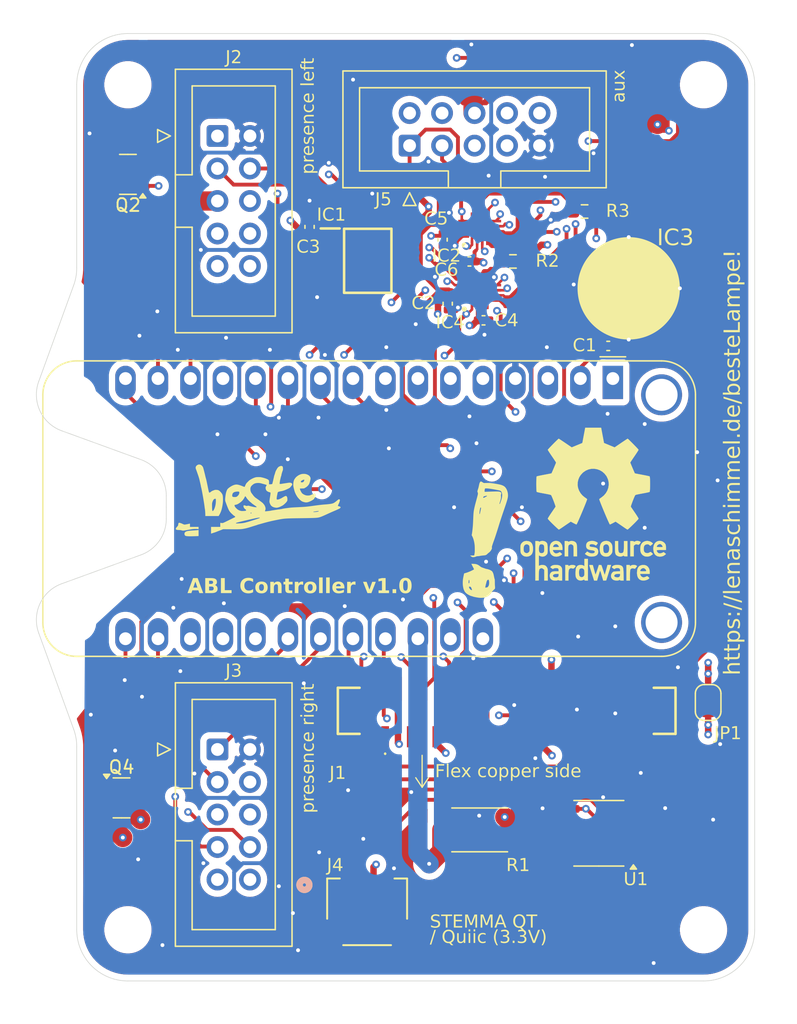
<source format=kicad_pcb>
(kicad_pcb (version 20240108) (generator "pcbnew") (generator_version "8.0")
  (title_block (title "besteLampe! ABL Controller Module") (date "2024-10-01") (rev "1.0") (comment 1 "See  https://lenaschimmel.de/besteLampe! for the source and more information") (comment 2 "This source describes Open Hardware and is licensed under the CERN-OHL-S v2.") (comment 3 "Copyright 2024 Lena Schimmel <mail@lenaschimmel.de>") (comment 4 "Design for JLCPCB 4 Layer Service"))
  (layers (0 "F.Cu" signal) (1 "In1.Cu" signal) (2 "In2.Cu" signal) (31 "B.Cu" signal) (34 "B.Paste" user) (35 "F.Paste" user) (36 "B.SilkS" user "B.Silkscreen") (37 "F.SilkS" user "F.Silkscreen") (38 "B.Mask" user) (39 "F.Mask" user) (44 "Edge.Cuts" user))
  (net 0 "")
  (net 1 "/SCL")
  (net 2 "/SDA")
  (net 3 "/i7")
  (net 4 "/i3")
  (net 6 "/i6")
  (net 7 "GND")
  (net 8 "+3.3V")
  (net 9 "/i4")
  (net 10 "/i2")
  (net 11 "+4V")
  (net 12 "/i1")
  (net 13 "/i5")
  (net 14 "/i8")
  (net 15 "/ALERT")
  (net 20 "VBUS")
  (net 22 "/TX_L_5")
  (net 23 "/RX_R_5")
  (net 24 "/RX_L_5")
  (net 26 "/TX_L")
  (net 27 "/TX_R")
  (net 28 "/GP_INT")
  (net 29 "/RX_L")
  (net 30 "/EN_LED")
  (net 31 "/RX_R")
  (net 32 "/EN_UART")
  (net 33 "/TX_R_5")
  (net 34 "+5V")
  (net 35 "Net-(IC4-{slash}RST)")
  (net 36 "/FX_5_1")
  (net 37 "/FX_5_7")
  (net 38 "/FX_5_6")
  (net 39 "/FX_5_3")
  (net 40 "/FX_5_2")
  (net 41 "/FX_5_4")
  (net 42 "/FX_5_5")
  (net 43 "Net-(IC2-{slash}RST)")
  (net 44 "/FX_5_0")
  (net 45 "/FX_3_1")
  (net 46 "/FX_3_3")
  (net 47 "/FX_3_5")
  (net 48 "/FX_3_6")
  (net 49 "/FX_3_4")
  (net 50 "/FX_3_7")
  (net 51 "/FX_3_2")
  (net 52 "/FX_3_0")
  (net 54 "/ FX_5_1")
  (net 59 "Net-(J2-Pin_5)")
  (net 60 "Net-(J3-Pin_5)")
  (footprint "Resistor_SMD:R_0603_1608Metric_Pad0.98x0.95mm_HandSolder" (layer "F.Cu") (at 97.1 68.8)
    (property "Reference" "R2")
    (property "Value" "4700R")
  )
  (footprint "Connector_IDC:IDC-Header_2x05_P2.54mm_Vertical" (layer "F.Cu") (at 74 106.92)
    (property "Reference" "J3")
    (property "Value" "Conn_02x03_Odd_Even")
  )
  (footprint "Connector_IDC:IDC-Header_2x05_P2.54mm_Vertical" (layer "F.Cu") (at 74 59)
    (property "Reference" "J2")
    (property "Value" "Conn_02x03_Odd_Even")
  )
  (footprint "MountingHole:MountingHole_3.2mm_M3_DIN965" (layer "F.Cu") (at 67 121 -90)
    (property "Reference" "H3" (hide yes))
    (property "Value" "MountingHole")
  )
  (footprint "Capacitor_SMD:C_0402_1005Metric" (layer "F.Cu") (at 81.2 66.1 -90)
    (property "Reference" "C3")
    (property "Value" "100nF")
  )
  (footprint "Symbol:OSHW-Logo_11.4x12mm_SilkScreen" (layer "F.Cu") (at 103.36 87.75)
    (property "Reference" "REF**" (hide yes))
    (property "Value" "OSHW-Logo_11.4x12mm_SilkScreen" (hide yes))
  )
  (footprint "Capacitor_SMD:C_0402_1005Metric" (layer "F.Cu") (at 91.6 67.1 90)
    (property "Reference" "C5")
    (property "Value" "100nF")
  )
  (footprint "Resistor_SMD:R_0603_1608Metric_Pad0.98x0.95mm_HandSolder" (layer "F.Cu") (at 102.7 64.9)
    (property "Reference" "R3")
    (property "Value" "4700R")
  )
  (footprint "Connector_IDC:IDC-Header_2x05_P2.54mm_Vertical" (layer "F.Cu") (at 89.02 59.7525 90)
    (property "Reference" "J5")
    (property "Value" "Conn_02x04_Odd_Even")
  )
  (footprint "Package_SO:SOIC-8_3.9x4.9mm_P1.27mm" (layer "F.Cu") (at 103.815 113.465 180)
    (property "Reference" "U1")
    (property "Value" "INA219AxD")
  )
  (footprint "SFW20S-2STE1LF:SFW20S2STE1LF" (layer "F.Cu") (at 96.61 104)
    (property "Reference" "J1")
    (property "Value" "SFW20S-2STE1LF" (hide yes))
  )
  (footprint "MountingHole:MountingHole_3.2mm_M3_DIN965" (layer "F.Cu") (at 67 55 -90)
    (property "Reference" "H4" (hide yes))
    (property "Value" "MountingHole")
  )
  (footprint "Capacitor_SMD:C_0402_1005Metric" (layer "F.Cu") (at 92 72.1 90)
    (property "Reference" "C2")
    (property "Value" "100nF")
  )
  (footprint "Package_TO_SOT_SMD:SOT-23" (layer "F.Cu") (at 67 62 180)
    (property "Reference" "Q2")
    (property "Value" "AO3401A")
  )
  (footprint "MountingHole:MountingHole_3.2mm_M3_DIN965" (layer "F.Cu") (at 112 55 -90)
    (property "Reference" "H1" (hide yes))
    (property "Value" "MountingHole")
  )
  (footprint "PRT-14417:CONN_PRT-14417_SPK" (layer "F.Cu") (at 85.7 119.6)
    (property "Reference" "J4")
    (property "Value" "PRT-14417")
  )
  (footprint "LOGO" (layer "F.Cu") (at 83.93 89.78)
    (property "Reference" "G***" (hide yes))
    (property "Value" "LOGO" (hide yes))
  )
  (footprint "Capacitor_SMD:C_0402_1005Metric" (layer "F.Cu") (at 94.8 73.4 180)
    (property "Reference" "C4")
    (property "Value" "100nF")
  )
  (footprint "FXL6408UMX:QFN40P180X260X55-16N" (layer "F.Cu") (at 94.5 71.25 90)
    (property "Reference" "IC4")
    (property "Value" "FXL6408UMX" (hide yes))
  )
  (footprint "Resistor_SMD:R_2512_6332Metric" (layer "F.Cu") (at 94.5 113.2)
    (property "Reference" "R1")
    (property "Value" "R")
  )
  (footprint "Module:Adafruit_Feather_WithMountingHoles" (layer "F.Cu") (at 104.91 77.9475 -90)
    (property "Reference" "A1" (hide yes))
    (property "Value" "Adafruit_Feather_Generic")
  )
  (footprint "Jumper:SolderJumper-2_P1.3mm_Bridged2Bar_RoundedPad1.0x1.5mm" (layer "F.Cu") (at 112.36 103.25 -90)
    (property "Reference" "JP1")
    (property "Value" "SolderJumper_2_Bridged")
  )
  (footprint "VEML6040A3OG:VEML6040A3OG" (layer "F.Cu") (at 106.15 71.925 -90)
    (property "Reference" "IC3")
    (property "Value" "VEML6040A3OG" (hide yes))
  )
  (footprint "LSF0204PWJ:SOP65P640X110-14N" (layer "F.Cu") (at 85.75 68.75)
    (property "Reference" "IC1")
    (property "Value" "LSF0204PWJ" (hide yes))
  )
  (footprint "Package_TO_SOT_SMD:SOT-23" (layer "F.Cu") (at 66.5 110.7)
    (property "Reference" "Q4")
    (property "Value" "AO3401A")
  )
  (footprint "Capacitor_SMD:C_0402_1005Metric" (layer "F.Cu") (at 104.55 75.4)
    (property "Reference" "C1")
    (property "Value" "100nF")
  )
  (footprint "FXL6408UMX:QFN40P180X260X55-16N" (layer "F.Cu") (at 94.5 66.25 90)
    (property "Reference" "IC2")
    (property "Value" "FXL6408UMX" (hide yes))
  )
  (footprint "MountingHole:MountingHole_3.2mm_M3_DIN965" (layer "F.Cu") (at 112 121 -90)
    (property "Reference" "H2" (hide yes))
    (property "Value" "MountingHole")
  )
  (footprint "Capacitor_SMD:C_0402_1005Metric" (layer "F.Cu") (at 93.7 68.8)
    (property "Reference" "C6")
    (property "Value" "100nF")
  )
  (gr_circle (center 106.15 70.9) (end 110.15 70.9) (fill solid) (layer "F.SilkS"))
  (gr_line (start 90 107.375) (end 90 109.875) (stroke (width 0.1)) (layer "F.SilkS"))
  (gr_line (start 89.5 109.125) (end 90 109.875) (stroke (width 0.1)) (layer "F.SilkS"))
  (gr_line (start 90 109.875) (end 90.5 109.125) (stroke (width 0.1)) (layer "F.SilkS"))
  (gr_line (start 61.819381 93.974771) (end 68.025229 91.718098) (stroke (width 0.05)) (layer "Edge.Cuts"))
  (gr_line (start 70 87.101282) (end 70 88) (stroke (width 0.05)) (layer "Edge.Cuts"))
  (gr_line (start 62.759174 105.337728) (end 60.025229 97.81938) (stroke (width 0.05)) (layer "Edge.Cuts"))
  (gr_line (start 62.759174 70.662272) (end 60.025229 78.18062) (stroke (width 0.05)) (layer "Edge.Cuts"))
  (gr_arc (start 63 69.2953) (mid 62.939333 69.989312) (end 62.759174 70.662272) (stroke (width 0.05)) (layer "Edge.Cuts"))
  (gr_arc (start 112 51) (mid 114.828427 52.171573) (end 116 55) (stroke (width 0.05)) (layer "Edge.Cuts"))
  (gr_arc (start 70 88.898718) (mid 69.457195 90.619802) (end 68.025229 91.718098) (stroke (width 0.05)) (layer "Edge.Cuts"))
  (gr_arc (start 63 55) (mid 64.171573 52.171573) (end 67 51) (stroke (width 0.05)) (layer "Edge.Cuts"))
  (gr_arc (start 61.81938 82.025229) (mid 60.12606 80.474505) (end 60.025229 78.18062) (stroke (width 0.05)) (layer "Edge.Cuts"))
  (gr_line (start 116 55) (end 116 121) (stroke (width 0.05)) (layer "Edge.Cuts"))
  (gr_line (start 112 125) (end 67 125) (stroke (width 0.05)) (layer "Edge.Cuts"))
  (gr_arc (start 67 125) (mid 64.171573 123.828427) (end 63 121) (stroke (width 0.05)) (layer "Edge.Cuts"))
  (gr_line (start 63 121) (end 63 106.7047) (stroke (width 0.05)) (layer "Edge.Cuts"))
  (gr_line (start 67 51) (end 112 51) (stroke (width 0.05)) (layer "Edge.Cuts"))
  (gr_arc (start 60.025229 97.81938) (mid 60.12606 95.525494) (end 61.819381 93.974771) (stroke (width 0.05)) (layer "Edge.Cuts"))
  (gr_line (start 61.81938 82.025229) (end 68.025229 84.281902) (stroke (width 0.05)) (layer "Edge.Cuts"))
  (gr_arc (start 62.759174 105.337728) (mid 62.939334 106.010688) (end 63 106.7047) (stroke (width 0.05)) (layer "Edge.Cuts"))
  (gr_arc (start 116 121) (mid 114.828427 123.828427) (end 112 125) (stroke (width 0.05)) (layer "Edge.Cuts"))
  (gr_arc (start 68.025229 84.281902) (mid 69.457202 85.380191) (end 70 87.101282) (stroke (width 0.05)) (layer "Edge.Cuts"))
  (gr_line (start 63 55) (end 63 69.2953) (stroke (width 0.05)) (layer "Edge.Cuts"))
  (gr_line (start 70 88.898718) (end 70 88) (stroke (width 0.05)) (layer "Edge.Cuts"))
  (gr_text "presence right" (at 81.7 111.9 90) (layer "F.SilkS") (effects (font (size 1 1) (thickness 0.1)) (justify left bottom)))
  (gr_text "STEMMA QT" (at 90.6 121 0) (layer "F.SilkS") (effects (font (size 1 1) (thickness 0.1)) (justify left bottom)))
  (gr_text "https://lenaschimmel.de/besteLampe!" (at 115.05 84.5 90) (layer "F.SilkS") (effects (font (size 1.25 1.25) (thickness 0.14375)) (justify bottom)))
  (gr_text "/ Quiic (3.3V)" (at 90.6 122.2 0) (layer "F.SilkS") (effects (font (size 1 1) (thickness 0.1)) (justify left bottom)))
  (gr_text "ABL Controller v1.0" (at 71.65 94.9 0) (layer "F.SilkS") (effects (font (size 1.15 1.15) (thickness 0.2) (bold yes)) (justify left bottom)))
  (gr_text "presence left" (at 81.7 62 90) (layer "F.SilkS") (effects (font (size 1 1) (thickness 0.1)) (justify left bottom)))
  (gr_text "aux" (at 106 56.4 90) (layer "F.SilkS") (effects (font (size 1 1) (thickness 0.1)) (justify left bottom)))
  (gr_text "Flex copper side" (at 91 109.25 0) (layer "F.SilkS") (effects (font (size 1 1) (thickness 0.1)) (justify left bottom)))
  (segment (start 80.25 96) (end 80.75 96.5) (width 0.3) (layer "B.Cu") (net 0))
  (segment (start 80.75 96.5) (end 80.75 99.75) (width 0.3) (layer "B.Cu") (net 0))
  (segment (start 80.3 118) (end 83.6985 118) (width 0.3) (layer "F.Cu") (net 1))
  (segment (start 109.1 100.9) (end 106.4 98.2) (width 0.3) (layer "F.Cu") (net 1))
  (segment (start 101.1 76.15) (end 103.1 74.15) (width 0.3) (layer "F.Cu") (net 1))
  (segment (start 88.5 72.8) (end 88.5 79.203846) (width 0.3) (layer "F.Cu") (net 1))
  (segment (start 100.5 98.3) (end 104.11 101.91) (width 0.3) (layer "F.Cu") (net 1))
  (segment (start 93.05 62.35) (end 92.2 61.5) (width 0.3) (layer "F.Cu") (net 1))
  (segment (start 105.8 71.925) (end 105.8 71.55) (width 0.3) (layer "F.Cu") (net 1))
  (segment (start 107.44 111.56) (end 109.1 109.9) (width 0.3) (layer "F.Cu") (net 1))
  (segment (start 105.275 71.025) (end 105.275 64.825) (width 0.3) (layer "F.Cu") (net 1))
  (segment (start 106.4 85.15) (end 101.1 79.85) (width 0.3) (layer "F.Cu") (net 1))
  (segment (start 103.8 109.25) (end 106.11 111.56) (width 0.3) (layer "F.Cu") (net 1))
  (segment (start 106.11 111.56) (end 106.67 111.56) (width 0.3) (layer "F.Cu") (net 1))
  (segment (start 69.35 116.2) (end 73 119.85) (width 0.3) (layer "F.Cu") (net 1))
  (segment (start 83.4 113) (end 87.15 109.25) (width 0.3) (layer "F.Cu") (net 1))
  (segment (start 87.15 109.25) (end 103.8 109.25) (width 0.3) (layer "F.Cu") (net 1))
  (segment (start 103.29038 62.84038) (end 93.54038 62.84038) (width 0.3) (layer "F.Cu") (net 1))
  (segment (start 83.6985 118) (end 84.2 117.4985) (width 0.3) (layer "F.Cu") (net 1))
  (segment (start 88.5 79.203846) (end 91.296154 82) (width 0.3) (layer "F.Cu") (net 1))
  (segment (start 69.35 98.2675) (end 69.35 116.2) (width 0.3) (layer "F.Cu") (net 1))
  (segment (start 93.1 64.9) (end 93.1 65.5) (width 0.2) (layer "F.Cu") (net 1))
  (segment (start 104.11 101.91) (end 104.11 102.075) (width 0.3) (layer "F.Cu") (net 1))
  (segment (start 95 82) (end 100.5 87.5) (width 0.3) (layer "F.Cu") (net 1))
  (segment (start 93.54038 62.84038) (end 92.2 61.5) (width 0.3) (layer "F.Cu") (net 1))
  (segment (start 105.275 64.825) (end 103.29038 62.84038) (width 0.3) (layer "F.Cu") (net 1))
  (segment (start 109.1 109.9) (end 109.1 100.9) (width 0.3) (layer "F.Cu") (net 1))
  (segment (start 90.25 71.05) (end 88.5 72.8) (width 0.3) (layer "F.Cu") (net 1))
  (segment (start 105.8 71.55) (end 105.275 71.025) (width 0.3) (layer "F.Cu") (net 1))
  (segment (start 93.1 65.5) (end 93.25 65.65) (width 0.2) (layer "F.Cu") (net 1))
  (segment (start 104.1 74.15) (end 105.8 72.45) (width 0.3) (layer "F.Cu") (net 1))
  (segment (start 84.2 117.4985) (end 83.4 116.6985) (width 0.3) (layer "F.Cu") (net 1))
  (segment (start 93.1 64.9) (end 93.05 64.85) (width 0.3) (layer "F.Cu") (net 1))
  (segment (start 91.960127 70.340888) (end 92.242971 70.340888) (width 0.2) (layer "F.Cu") (net 1))
  (segment (start 106.29 111.56) (end 107.44 111.56) (width 0.3) (layer "F.Cu") (net 1))
  (segment (start 91.296154 82) (end 95 82) (width 0.3) (layer "F.Cu") (net 1))
  (segment (start 92.2 61.5) (end 91.56 60.86) (width 0.3) (layer "F.Cu") (net 1))
  (segment (start 92.242971 70.340888) (end 92.552083 70.65) (width 0.2) (layer "F.Cu") (net 1))
  (segment (start 106.4 98.2) (end 106.4 85.15) (width 0.3) (layer "F.Cu") (net 1))
  (segment (start 73 119.85) (end 78.45 119.85) (width 0.3) (layer "F.Cu") (net 1))
  (segment (start 100.5 87.5) (end 100.5 98.3) (width 0.3) (layer "F.Cu") (net 1))
  (segment (start 105.8 72.45) (end 105.8 71.925) (width 0.3) (layer "F.Cu") (net 1))
  (segment (start 91.56 60.86) (end 91.56 59.7525) (width 0.3) (layer "F.Cu") (net 1))
  (segment (start 83.4 116.6985) (end 83.4 113) (width 0.3) (layer "F.Cu") (net 1))
  (segment (start 92.552083 70.65) (end 93.25 70.65) (width 0.2) (layer "F.Cu") (net 1))
  (segment (start 101.1 79.85) (end 101.1 76.15) (width 0.3) (layer "F.Cu") (net 1))
  (segment (start 103.1 74.15) (end 104.1 74.15) (width 0.3) (layer "F.Cu") (net 1))
  (segment (start 78.45 119.85) (end 80.3 118) (width 0.3) (layer "F.Cu") (net 1))
  (segment (start 93.05 64.85) (end 93.05 62.35) (width 0.3) (layer "F.Cu") (net 1))
  (via (at 93.1 64.9) (size 0.6) (drill 0.3) (layers "F.Cu" "B.Cu") (net 1))
  (via (at 91.960127 70.340888) (size 0.6) (drill 0.3) (layers "F.Cu" "B.Cu") (net 1))
  (via (at 90.25 71.05) (size 0.6) (drill 0.3) (layers "F.Cu" "B.Cu") (net 1))
  (segment (start 89.9 69.7) (end 89.9 66.680761) (width 0.3) (layer "F.Cu") (net 2))
  (segment (start 107.7 61.3) (end 93.4 61.3) (width 0.3) (layer "F.Cu") (net 2))
  (segment (start 103.2 85.5) (end 103.2 97.6) (width 0.3) (layer "F.Cu") (net 2))
  (segment (start 66.81 100.24) (end 65.25 101.8) (width 0.3) (layer "F.Cu") (net 2))
  (segment (start 90.25 72.15) (end 90.25 73.5) (width 0.3) (layer "F.Cu") (net 2))
  (segment (start 83.9 122.8) (end 85.200001 121.499999) (width 0.3) (layer "F.Cu") (net 2))
  (segment (start 81.05 121.95) (end 81.9 122.8) (width 0.3) (layer "F.Cu") (net 2))
  (segment (start 97.8 82.4) (end 100.1 82.4) (width 0.3) (layer "F.Cu") (net 2))
  (segment (start 89.02 61.27) (end 91.3 63.55) (width 0.3) (layer "F.Cu") (net 2))
  (segment (start 65.25 101.8) (end 65.25 107) (width 0.3) (layer "F.Cu") (net 2))
  (segment (start 107.05 71.05) (end 106.15 71.05) (width 0.3) (layer "F.Cu") (net 2))
  (segment (start 93.25 66.05) (end 92.65 66.05) (width 0.2) (layer "F.Cu") (net 2))
  (segment (start 64.4625 107.7875) (end 64.4625 114.3625) (width 0.3) (layer "F.Cu") (net 2))
  (segment (start 107.8 113.411869) (end 107.218131 112.83) (width 0.3) (layer "F.Cu") (net 2))
  (segment (start 91.3 65.9) (end 92.425 65.9) (width 0.3) (layer "F.Cu") (net 2))
  (segment (start 106.15 71.05) (end 105.8 70.7) (width 0.3) (layer "F.Cu") (net 2))
  (segment (start 91 79.5) (end 91.75 80.25) (width 0.3) (layer "F.Cu") (net 2))
  (segment (start 95.65 80.25) (end 97.8 82.4) (width 0.3) (layer "F.Cu") (net 2))
  (segment (start 91.75 80.25) (end 95.65 80.25) (width 0.3) (layer "F.Cu") (net 2))
  (segment (start 106.11 100.51) (end 106.11 102.075) (width 0.3) (layer "F.Cu") (net 2))
  (segment (start 90.630761 65.95) (end 92.475 65.95) (width 0.3) (layer "F.Cu") (net 2))
  (segment (start 112.4 76.4) (end 107.05 71.05) (width 0.3) (layer "F.Cu") (net 2))
  (segment (start 64.4625 114.3625) (end 72.05 121.95) (width 0.3) (layer "F.Cu") (net 2))
  (segment (start 92.366134 71.05) (end 93.25 71.05) (width 0.2) (layer "F.Cu") (net 2))
  (segment (start 92.1 70.99) (end 91.41 70.99) (width 0.3) (layer "F.Cu") (net 2))
  (segment (start 93.4 61.3) (end 92.8 60.7) (width 0.3) (layer "F.Cu") (net 2))
  (segment (start 107.218131 112.83) (end 106.29 112.83) (width 0.3) (layer "F.Cu") (net 2))
  (segment (start 92.306134 70.99) (end 92.366134 71.05) (width 0.2) (layer "F.Cu") (net 2))
  (segment (start 100.1 82.4) (end 103.2 85.5) (width 0.3) (layer "F.Cu") (net 2))
  (segment (start 72.05 121.95) (end 81.05 121.95) (width 0.3) (layer "F.Cu") (net 2))
  (segment (start 112.4 99.040761) (end 112.4 76.4) (width 0.3) (layer "F.Cu") (net 2))
  (segment (start 103.2 97.6) (end 106.11 100.51) (width 0.3) (layer "F.Cu") (net 2))
  (segment (start 108.6 62.2) (end 107.7 61.3) (width 0.3) (layer "F.Cu") (net 2))
  (segment (start 90.2725 58.5) (end 89.02 59.7525) (width 0.3) (layer "F.Cu") (net 2))
  (segment (start 85.200001 115.599999) (end 85.200001 117.4985) (width 0.3) (layer "F.Cu") (net 2))
  (segment (start 91.19 70.99) (end 89.9 69.7) (width 0.3) (layer "F.Cu") (net 2))
  (segment (start 105.8 69.15) (end 108.6 66.35) (width 0.3) (layer "F.Cu") (net 2))
  (segment (start 89.02 59.7525) (end 89.02 61.27) (width 0.3) (layer "F.Cu") (net 2))
  (segment (start 111.2 100.240762) (end 111.2 111.7) (width 0.3) (layer "F.Cu") (net 2))
  (segment (start 111.2 111.7) (end 109.488131 113.411869) (width 0.3) (layer "F.Cu") (net 2))
  (segment (start 105.8 70.075) (end 105.8 69.15) (width 0.3) (layer "F.Cu") (net 2))
  (segment (start 112.345381 99.095381) (end 111.2 100.240762) (width 0.3) (layer "F.Cu") (net 2))
  (segment (start 112.4 99.040762) (end 112.345381 99.095381) (width 0.3) (layer "F.Cu") (net 2))
  (segment (start 92.8 60.7) (end 92.8 59.1) (width 0.3) (layer "F.Cu") (net 2))
  (segment (start 65.25 107) (end 64.4625 107.7875) (width 0.3) (layer "F.Cu") (net 2))
  (segment (start 106.29 112.83) (end 105.18 112.83) (width 0.3) (layer "F.Cu") (net 2))
  (segment (start 91.3 63.55) (end 91.3 65.9) (width 0.3) (layer "F.Cu") (net 2))
  (segment (start 89.9 66.680761) (end 90.630761 65.95) (width 0.3) (layer "F.Cu") (net 2))
  (segment (start 81.9 122.8) (end 83.9 122.8) (width 0.3) (layer "F.Cu") (net 2))
  (segment (start 109.488131 113.411869) (end 107.8 113.411869) (width 0.3) (layer "F.Cu") (net 2))
  (segment (start 91 74.25) (end 91 79.5) (width 0.3) (layer "F.Cu") (net 2))
  (segment (start 92.65 66.05) (end 92.5 65.9) (width 0.2) (layer "F.Cu") (net 2))
  (segment (start 105.8 70.7) (end 105.8 70.075) (width 0.3) (layer "F.Cu") (net 2))
  (segment (start 89.95 110.85) (end 85.200001 115.599999) (width 0.3) (layer "F.Cu") (net 2))
  (segment (start 112.345381 99.095381) (end 112.4 99.040761) (width 0.3) (layer "F.Cu") (net 2))
  (segment (start 108.6 66.35) (end 108.6 62.2) (width 0.3) (layer "F.Cu") (net 2))
  (segment (start 92.1 70.99) (end 91.19 70.99) (width 0.3) (layer "F.Cu") (net 2))
  (segment (start 92.8 59.1) (end 92.2 58.5) (width 0.3) (layer "F.Cu") (net 2))
  (segment (start 92.1 70.99) (end 92.306134 70.99) (width 0.2) (layer "F.Cu") (net 2))
  (segment (start 90.25 73.5) (end 91 74.25) (width 0.3) (layer "F.Cu") (net 2))
  (segment (start 66.81 98.2675) (end 66.81 100.24) (width 0.3) (layer "F.Cu") (net 2))
  (segment (start 103.2 110.85) (end 89.95 110.85) (width 0.3) (layer "F.Cu") (net 2))
  (segment (start 92.2 58.5) (end 90.2725 58.5) (width 0.3) (layer "F.Cu") (net 2))
  (segment (start 85.200001 121.499999) (end 85.200001 117.4985) (width 0.3) (layer "F.Cu") (net 2))
  (segment (start 105.18 112.83) (end 103.2 110.85) (width 0.3) (layer "F.Cu") (net 2))
  (segment (start 91.41 70.99) (end 90.25 72.15) (width 0.3) (layer "F.Cu") (net 2))
  (segment (start 79.51 80.61) (end 79.51 77.9475) (width 0.3) (layer "F.Cu") (net 3))
  (segment (start 97.15 101.035) (end 96.11 102.075) (width 0.3) (layer "F.Cu") (net 3))
  (segment (start 86 87.1) (end 79.51 80.61) (width 0.3) (layer "F.Cu") (net 3))
  (segment (start 95.7 87.1) (end 86 87.1) (width 0.3) (layer "F.Cu") (net 3))
  (segment (start 97.7 89.1) (end 95.7 87.1) (width 0.3) (layer "F.Cu") (net 3))
  (segment (start 97.15 93.15) (end 97.15 101.035) (width 0.3) (layer "F.Cu") (net 3))
  (via (at 97.7 89.1) (size 0.6) (drill 0.3) (layers "F.Cu" "B.Cu") (net 3))
  (via (at 97.15 93.15) (size 0.6) (drill 0.3) (layers "F.Cu" "B.Cu") (net 3))
  (segment (start 89.11 100.453086) (end 89.11 105.925) (width 0.3) (layer "F.Cu") (net 4))
  (segment (start 88.3579 99.700986) (end 89.11 100.453086) (width 0.3) (layer "F.Cu") (net 4))
  (via (at 88.3579 99.700986) (size 0.6) (drill 0.3) (layers "F.Cu" "B.Cu") (net 4))
  (segment (start 95.45 85.2) (end 88.1 85.2) (width 0.3) (layer "F.Cu") (net 6))
  (segment (start 95.6 95.4) (end 96.3 96.1) (width 0.3) (layer "F.Cu") (net 6))
  (segment (start 95.11 101.39) (end 95.11 105.825) (width 0.3) (layer "F.Cu") (net 6))
  (segment (start 96.3 96.1) (end 96.3 100.2) (width 0.3) (layer "F.Cu") (net 6))
  (segment (start 82.05 79.15) (end 82.05 77.9475) (width 0.3) (layer "F.Cu") (net 6))
  (segment (start 96.3 100.2) (end 95.11 101.39) (width 0.3) (layer "F.Cu") (net 6))
  (segment (start 88.1 85.2) (end 82.05 79.15) (width 0.3) (layer "F.Cu") (net 6))
  (via (at 95.6 95.4) (size 0.6) (drill 0.3) (layers "F.Cu" "B.Cu") (net 6))
  (via (at 95.45 85.2) (size 0.6) (drill 0.3) (layers "F.Cu" "B.Cu") (net 6))
  (segment (start 95.2 70) (end 95.587539 70) (width 0.2) (layer "F.Cu") (net 7))
  (segment (start 100.23 112.83) (end 99.415 112.015) (width 0.5) (layer "F.Cu") (net 7))
  (segment (start 92.749842 67.266906) (end 93.166748 66.85) (width 0.2) (layer "F.Cu") (net 7))
  (segment (start 105.11 104.11) (end 105.1 104.1) (width 0.5) (layer "F.Cu") (net 7))
  (segment (start 106.5 69.45) (end 107 68.95) (width 0.3) (layer "F.Cu") (net 7))
  (segment (start 93.166748 66.85) (end 93.25 66.85) (width 0.2) (layer "F.Cu") (net 7))
  (segment (start 101.34 112.83) (end 100.23 112.83) (width 0.5) (layer "F.Cu") (net 7))
  (segment (start 92.55 67.58) (end 92.749842 67.380158) (width 0.2) (layer "F.Cu") (net 7))
  (segment (start 82.36876 71.012) (end 82.5 71.012) (width 0.5) (layer "F.Cu") (net 7))
  (segment (start 81.79038 71.59038) (end 82.36876 71.012) (width 0.5) (layer "F.Cu") (net 7))
  (segment (start 105.11 105.825) (end 105.11 104.11) (width 0.5) (layer "F.Cu") (net 7))
  (segment (start 92.52 67.58) (end 92.3 67.8) (width 0.5) (layer "F.Cu") (net 7))
  (segment (start 81.2 64.05) (end 81.2 65.62) (width 0.5) (layer "F.Cu") (net 7))
  (segment (start 82.787 70.725) (end 82.812 70.725) (width 0.5) (layer "F.Cu") (net 7))
  (segment (start 92.8 72.4) (end 92.8 72.3) (width 0.2) (layer "F.Cu") (net 7))
  (segment (start 82.5 71.012) (end 82.787 70.725) (width 0.5) (layer "F.Cu") (net 7))
  (segment (start 102.1 103.8) (end 102.1 102.085) (width 0.5) (layer "F.Cu") (net 7))
  (segment (start 92.7 68.5) (end 92.55 68.35) (width 0.5) (layer "F.Cu") (net 7))
  (segment (start 95.587539 70) (end 95.616406 70.028867) (width 0.2) (layer "F.Cu") (net 7))
  (segment (start 92.55 68.05) (end 92.3 67.8) (width 0.5) (layer "F.Cu") (net 7))
  (segment (start 92.8 72.3) (end 93.25 71.85) (width 0.2) (layer "F.Cu") (net 7))
  (segment (start 98.25 107.6) (end 97.11 106.46) (width 0.5) (layer "F.Cu") (net 7))
  (segment (start 95.28 74.12) (end 95.28 73.4) (width 0.5) (layer "F.Cu") (net 7))
  (segment (start 92.3 67.8) (end 92.08 67.58) (width 0.5) (layer "F.Cu") (net 7))
  (segment (start 98.85 107.6) (end 98.25 107.6) (width 0.5) (layer "F.Cu") (net 7))
  (segment (start 94.875 74.525) (end 95.28 74.12) (width 0.5) (layer "F.Cu") (net 7))
  (segment (start 97.11 106.46) (end 97.11 105.825) (width 0.5) (layer "F.Cu") (net 7))
  (segment (start 92 72.58) (end 92.62 72.58) (width 0.5) (layer "F.Cu") (net 7))
  (segment (start 102.1 102.085) (end 102.11 102.075) (width 0.5) (layer "F.Cu") (net 7))
  (segment (start 94 101.965) (end 94.11 102.075) (width 0.5) (layer "F.Cu") (net 7))
  (segment (start 95.1 70.1) (end 95.2 70) (width 0.2) (layer "F.Cu") (net 7))
  (segment (start 95.1 70.4) (end 95.1 70.1) (width 0.2) (layer "F.Cu") (net 7))
  (segment (start 92.55 68.35) (end 92.55 68.05) (width 0.5) (layer "F.Cu") (net 7))
  (segment (start 92.55 67.58) (end 92.52 67.58) (width 0.5) (layer "F.Cu") (net 7))
  (segment (start 99.415 112.015) (end 99.415 111.515) (width 0.5) (layer "F.Cu") (net 7))
  (segment (start 92.62 72.58) (end 92.8 72.4) (width 0.5) (layer "F.Cu") (net 7))
  (segment (start 92.749842 67.380158) (end 92.749842 67.266906) (width 0.2) (layer "F.Cu") (net 7))
  (segment (start 93 68.8) (end 93.22 68.8) (width 0.3) (layer "F.Cu") (net 7))
  (segment (start 106.5 70.075) (end 106.5 69.45) (width 0.3) (layer "F.Cu") (net 7))
  (segment (start 92.08 67.58) (end 91.6 67.58) (width 0.5) (layer "F.Cu") (net 7))
  (segment (start 94 99.8) (end 94 101.965) (width 0.5) (layer "F.Cu") (net 7))
  (segment (start 92.7 68.5) (end 93 68.8) (width 0.3) (layer "F.Cu") (net 7))
  (segment (start 99.75 75.5) (end 98.55 76.7) (width 0.3) (layer "F.Cu") (net 7))
  (segment (start 98.55 76.7) (end 98.55 79.9) (width 0.3) (layer "F.Cu") (net 7))
  (via (at 72.9 115.8) (size 0.6) (drill 0.3) (layers "F.Cu" "B.Cu") (net 7))
  (via (at 68.1 102.8) (size 0.6) (drill 0.3) (layers "F.Cu" "B.Cu") (net 7))
  (via (at 93.7 80.9) (size 0.6) (drill 0.3) (layers "F.Cu" "B.Cu") (net 7))
  (via (at 71.2 93.6) (size 0.6) (drill 0.3) (layers "F.Cu" "B.Cu") (net 7))
  (via (at 101.85 70.6) (size 0.6) (drill 0.3) (layers "F.Cu" "B.Cu") (net 7))
  (via (at 82.4 76.1) (size 0.6) (drill 0.3) (layers "F.Cu" "B.Cu") (net 7))
  (via (at 78.8 117.6) (size 0.6) (drill 0.3) (layers "F.Cu" "B.Cu") (net 7))
  (via (at 94.460966 112.089034) (size 0.6) (drill 0.3) (layers "F.Cu" "B.Cu") (net 7))
  (via (at 99.60962 62.19038) (size 0.6) (drill 0.3) (layers "F.Cu" "B.Cu") (net 7))
  (via (at 74.5 95.5) (size 0.6) (drill 0.3) (layers "F.Cu" "B.Cu") (net 7))
  (via (at 81.9 81) (size 0.6) (drill 0.3) (layers "F.Cu" "B.Cu") (net 7))
  (via (at 92.8 72.4) (size 0.6) (drill 0.3) (layers "F.Cu" "B.Cu") (net 7))
  (via (at 111.5 83.7) (size 0.6) (drill 0.3) (layers "F.Cu" "B.Cu") (net 7))
  (via (at 106.15 66.9) (size 0.6) (drill 0.3) (layers "F.Cu" "B.Cu") (net 7))
  (via (at 94.875 74.525) (size 0.6) (drill 0.3) (layers "F.Cu" "B.Cu") (net 7))
  (via (at 77.75 82.3) (size 0.6) (drill 0.3) (layers "F.Cu" "B.Cu") (net 7))
  (via (at 84.213928 110.1) (size 0.6) (drill 0.3) (layers "F.Cu" "B.Cu") (net 7))
  (via (at 110.15 70.9) (size 0.6) (drill 0.3) (layers "F.Cu" "B.Cu") (net 7))
  (via (at 67.8 115.5) (size 0.6) (drill 0.3) (layers "F.Cu" "B.Cu") (net 7))
  (via (at 89.15 110.25) (size 0.6) (drill 0.3) (layers "F.Cu" "B.Cu") (net 7))
  (via (at 87.8 116.2) (size 0.6) (drill 0.3) (layers "F.Cu" "B.Cu") (net 7))
  (via (at 92.55 67.58) (size 0.6) (drill 0.3) (layers "F.Cu" "B.Cu") (net 7))
  (via (at 82.7 61.1) (size 0.6) (drill 0.3) (layers "F.Cu" "B.Cu") (net 7))
  (via (at 79.5 84.25) (size 0.6) (drill 0.3) (layers "F.Cu" "B.Cu") (net 7))
  (via (at 80.75 101.75) (size 0.6) (drill 0.3) (layers "F.Cu" "B.Cu") (net 7))
  (via (at 78.1 75.7) (size 0.6) (drill 0.3) (layers "F.Cu" "B.Cu") (net 7))
  (via (at 104.15 86.15) (size 0.6) (drill 0.3) (layers "F.Cu" "B.Cu") (net 7))
  (via (at 89.5 73.7) (size 0.6) (drill 0.3) (layers "F.Cu" "B.Cu") (net 7))
  (via (at 71.1 100.8) (size 0.6) (drill 0.3) (layers "F.Cu" "B.Cu") (net 7))
  (via (at 87.2 80.4) (size 0.6) (drill 0.3) (layers "F.Cu" "B.Cu") (net 7))
  (via (at 94 99.8) (size 0.6) (drill 0.3) (layers "F.Cu" "B.Cu") (net 7))
  (via (at 95.2 62.1) (size 0.6) (drill 0.3) (layers "F.Cu" "B.Cu") (net 7))
  (via (at 95 92.25) (size 0.6) (drill 0.3) (layers "F.Cu" "B.Cu") (net 7))
  (via (at 69.3 72.7) (size 0.6) (drill 0.3) (layers "F.Cu" "B.Cu") (net 7))
  (via (at 83.95 95.725) (size 0.6) (drill 0.3) (layers "F.Cu" "B.Cu") (net 7))
  (via (at 113.1 85.9) (size 0.6) (drill 0.3) (layers "F.Cu" "B.Cu") (net 7))
  (via (at 92.5 88) (size 0.6) (drill 0.3) (layers "F.Cu" "B.Cu") (net 7))
  (via (at 95.616406 70.028867) (size 0.6) (drill 0.3) (layers "F.Cu" "B.Cu") (net 7))
  (via (at 107.4 89.6) (size 0.6) (drill 0.3) (layers "F.Cu" "B.Cu") (net 7))
  (via (at 72.2 108.8) (size 0.6) (drill 0.3) (layers "F.Cu" "B.Cu") (net 7))
  (via (at 67.9 74.6) (size 0.6) (drill 0.3) (layers "F.Cu" "B.Cu") (net 7))
  (via (at 88.5 95.2) (size 0.6) (drill 0.3) (layers "F.Cu" "B.Cu") (net 7))
  (via (at 86.1 63.5) (size 0.6) (drill 0.3) (layers "F.Cu" "B.Cu") (net 7))
  (via (at 102.2 98.1) (size 0.6) (drill 0.3) (layers "F.Cu" "B.Cu") (net 7))
  (via (at 70.55 95.85) (size 0.6) (drill 0.3) (layers "F.Cu" "B.Cu") (net 7))
  (via (at 107.093021 108.749211) (size 0.6) (drill 0.3) (layers "F.Cu" "B.Cu") (net 7))
  (via (at 100.05 65.55) (size 0.6) (drill 0.3) (layers "F.Cu" "B.Cu") (net 7))
  (via (at 64.1 104.2) (size 0.6) (drill 0.3) (layers "F.Cu" "B.Cu") (net 7))
  (via (at 87.4 83.4) (size 0.6) (drill 0.3) (layers "F.Cu" "B.Cu") (net 7))
  (via (at 80.3 122.6) (size 0.6) (drill 0.3) (layers "F.Cu" "B.Cu") (net 7))
  (via (at 74.672524 74.762622) (size 0.6) (drill 0.3) (layers "F.Cu" "B.Cu") (net 7))
  (via (at 109 111.5) (size 0.6) (drill 0.3) (layers "F.Cu" "B.Cu") (net 7))
  (via (at 94.25 83) (size 0.6) (drill 0.3) (layers "F.Cu" "B.Cu") (net 7))
  (via (at 96.4 93.7) (size 0.6) (drill 0.3) (layers "F.Cu" "B.Cu") (net 7))
  (via (at 106.4 51.9) (size 0.6) (drill 0.3) (layers "F.Cu" "B.Cu") (net 7))
  (via (at 97.2 103.45) (size 0.6) (drill 0.3) (layers "F.Cu" "B.Cu") (net 7))
  (via (at 97.8 88) (size 0.6) (drill 0.3) (layers "F.Cu" "B.Cu") (net 7))
  (via (at 69.7 122.2) (size 0.6) (drill 0.3) (layers "F.Cu" "B.Cu") (net 7))
  (via (at 74 82.3) (size 0.6) (drill 0.3) (layers "F.Cu" "B.Cu") (net 7))
  (via (at 108.1 123.6) (size 0.6) (drill 0.3) (layers "F.Cu" "B.Cu") (net 7))
  (via (at 105.1 97.3) (size 0.6) (drill 0.3) (layers "F.Cu" "B.Cu") (net 7))
  (via (at 81.2 64.05) (size 0.6) (drill 0.3) (layers "F.Cu" "B.Cu") (net 7))
  (via (at 64 58.8) (size 0.6) (drill 0.3) (layers "F.Cu" "B.Cu") (net 7))
  (via (at 107.4 81.5) (size 0.6) (drill 0.3) (layers "F.Cu" "B.Cu") (net 7))
  (via (at 103.4 60.35) (size 0.6) (drill 0.3) (layers "F.Cu" "B.Cu") (net 7))
  (via (at 90.5 61) (size 0.6) (drill 0.3) (layers "F.Cu" "B.Cu") (net 7))
  (via (at 66.75 101.5) (size 0.6) (drill 0.3) (layers "F.Cu" "B.Cu") (net 7))
  (via (at 98.85 107.6) (size 0.6) (drill 0.3) (layers "F.Cu" "B.Cu") (net 7))
  (via (at 78.8 81) (size 0.6) (drill 0.3) (layers "F.Cu" "B.Cu") (net 7))
  (via (at 112.75 112.4) (size 0.6) (drill 0.3) (layers "F.Cu" "B.Cu") (net 7))
  (via (at 84.6 54.6) (size 0.6) (drill 0.3) (layers "F.Cu" "B.Cu") (net 7))
  (via (at 99.75 75.5) (size 0.6) (drill 0.3) (layers "F.Cu" "B.Cu") (net 7))
  (via (at 105.1 104.1) (size 0.6) (drill 0.3) (layers "F.Cu" "B.Cu") (net 7))
  (via (at 72.7 67.9) (size 0.6) (drill 0.3) (layers "F.Cu" "B.Cu") (net 7))
  (via (at 87.2 75.5) (size 0.6) (drill 0.3) (layers "F.Cu" "B.Cu") (net 7))
  (via (at 91 70) (size 0.6) (drill 0.3) (layers "F.Cu" "B.Cu") (net 7))
  (via (at 99.415 111.515) (size 0.6) (drill 0.3) (layers "F.Cu" "B.Cu") (net 7))
  (via (at 99.4 94.7) (size 0.6) (drill 0.3) (layers "F.Cu" "B.Cu") (net 7))
  (via (at 93.85 51.85) (size 0.6) (drill 0.3) (layers "F.Cu" "B.Cu") (net 7))
  (via (at 85.4 113.9) (size 0.6) (drill 0.3) (layers "F.Cu" "B.Cu") (net 7))
  (via (at 113.3 106.5) (size 0.6) (drill 0.3) (layers "F.Cu" "B.Cu") (net 7))
  (via (at 70.9 75.7) (size 0.6) (drill 0.3) (layers "F.Cu" "B.Cu") (net 7))
  (via (at 92.1 65) (size 0.6) (drill 0.3) (layers "F.Cu" "B.Cu") (net 7))
  (via (at 81.95 114.95) (size 0.6) (drill 0.3) (layers "F.Cu" "B.Cu") (net 7))
  (via (at 66 107) (size 0.6) (drill 0.3) (layers "F.Cu" "B.Cu") (net 7))
  (via (at 104.15 110.65) (size 0.6) (drill 0.3) (layers "F.Cu" "B.Cu") (net 7))
  (via (at 104.5 80.7) (size 0.6) (drill 0.3) (layers "F.Cu" "B.Cu") (net 7))
  (via (at 79.9 119.7) (size 0.6) (drill 0.3) (layers "F.Cu" "B.Cu") (net 7))
  (via (at 102.1 103.8) (size 0.6) (drill 0.3) (layers "F.Cu" "B.Cu") (net 7))
  (via (at 106.15 74.9) (size 0.6) (drill 0.3) (layers "F.Cu" "B.Cu") (net 7))
  (via (at 81.79038 71.59038) (size 0.6) (drill 0.3) (layers "F.Cu" "B.Cu") (net 7))
  (via (at 110 100.5) (size 0.6) (drill 0.3) (layers "F.Cu" "B.Cu") (net 7))
  (segment (start 91 96.6) (end 91 100.3) (width 0.3) (layer "B.Cu") (net 7))
  (segment (start 95.4 61) (end 95.3 61.1) (width 0.3) (layer "B.Cu") (net 7))
  (segment (start 80.8 77.1) (end 80.8 79.7) (width 0.3) (layer "B.Cu") (net 7))
  (segment (start 87.4 83.4) (end 88.4 82.4) (width 0.3) (layer "B.Cu") (net 7))
  (segment (start 72.2 110) (end 72.9 110.7) (width 0.3) (layer "B.Cu") (net 7))
  (segment (start 93.2 99.8) (end 93.5 99.5) (width 0.3) (layer "B.Cu") (net 7))
  (segment (start 78.5 115.7) (end 78.4 115.8) (width 0.3) (layer "B.Cu") (net 7))
  (segment (start 73.2 96.4) (end 73.2 99.18) (width 0.3) (layer "B.Cu") (net 7))
  (segment (start 82.4 76.1) (end 83.3 77) (width 0.3) (layer "B.Cu") (net 7))
  (segment (start 88.4 82.4) (end 88.4 76.7) (width 0.3) (layer "B.Cu") (net 7))
  (segment (start 76.2 95.8) (end 76.2 96) (width 0.3) (layer "B.Cu") (net 7))
  (segment (start 88.4 76.7) (end 87.2 75.5) (width 0.3) (layer "B.Cu") (net 7))
  (segment (start 99.75 75.5) (end 96.9 75.5) (width 0.3) (layer "B.Cu") (net 7))
  (segment (start 91 100.3) (end 91.5 100.8) (width 0.3) (layer "B.Cu") (net 7))
  (segment (start 75.7 79.4) (end 75.58 79.52) (width 0.3) (layer "B.Cu") (net 7))
  (segment (start 85.9 96.2) (end 85.9 99.2) (width 0.3) (layer "B.Cu") (net 7))
  (segment (start 95.9 76.5) (end 95.9 80.8) (width 0.3) (layer "B.Cu") (net 7))
  (segment (start 95.3 55.5) (end 95.4 55.6) (width 0.3) (layer "B.Cu") (net 7))
  (segment (start 75.3 116.5) (end 75.3 118.3) (width 0.3) (layer "B.Cu") (net 7))
  (segment (start 75.7 96.5) (end 75.7 99.4) (width 0.3) (layer "B.Cu") (net 7))
  (segment (start 98.5 81.3) (end 98.2 81.6) (width 0.3) (layer "B.Cu") (net 7))
  (segment (start 68.1 97.091154) (end 68.1 100.7) (width 0.3) (layer "B.Cu") (net 7))
  (segment (start 73.04 76.54) (end 73.04 79.96) (width 0.3) (layer "B.Cu") (net 7))
  (segment (start 72.7 67.9) (end 78.8 67.9) (width 0.3) (layer "B.Cu") (net 7))
  (segment (start 75.5 76.1) (end 75.7 76.3) (width 0.3) (layer "B.Cu") (net 7))
  (segment (start 83.3 100.1) (end 83.5 100.3) (width 0.3) (layer "B.Cu") (net 7))
  (segment (start 98.5 76.75) (end 98.5 81.3) (width 0.3) (layer "B.Cu") (net 7))
  (segment (start 80.8 79.7) (end 80.66 79.84) (width 0.3) (layer "B.Cu") (net 7))
  (segment (start 75.7 99.4) (end 76.5 100.2) (width 0.3) (layer "B.Cu") (net 7))
  (segment (start 70.55 95.85) (end 69.341154 95.85) (width 0.3) (layer "B.Cu") (net 7))
  (segment (start 99.75 75.5) (end 98.5 76.75) (width 0.3) (layer "B.Cu") (net 7))
  (segment (start 73.2 99.18) (end 73.04 99.34) (width 0.3) (layer "B.Cu") (net 7))
  (segment (start 83.3 77) (end 83.3 80.1) (width 0.3) (layer "B.Cu") (net 7))
  (segment (start 95.4 55.6) (end 95.4 61) (width 0.3) (layer "B.Cu") (net 7))
  (segment (start 83.3 80.1) (end 83.9 80.7) (width 0.3) (layer "B.Cu") (net 7))
  (segment (start 72.3 95.5) (end 73.2 96.4) (width 0.3) (layer "B.Cu") (net 7))
  (segment (start 75.7 76.3) (end 75.7 79.4) (width 0.3) (layer "B.Cu") (net 7))
  (segment (start 76.2 96) (end 75.7 96.5) (width 0.3) (layer "B.Cu") (net 7))
  (segment (start 72.5 60.3) (end 79.1 60.3) (width 0.3) (layer "B.Cu") (net 7))
  (segment (start 86.4 95.7) (end 85.9 96.2) (width 0.3) (layer "B.Cu") (net 7))
  (segment (start 79.6 75.9) (end 80.8 77.1) (width 0.3) (layer "B.Cu") (net 7))
  (segment (start 91.5 96.1) (end 91 96.6) (width 0.3) (layer "B.Cu") (net 7))
  (segment (start 69.341154 95.85) (end 68.1 97.091154) (width 0.3) (layer "B.Cu") (net 7))
  (segment (start 78.4 115.8) (end 76 115.8) (width 0.3) (layer "B.Cu") (net 7))
  (segment (start 96.9 75.5) (end 95.9 76.5) (width 0.3) (layer "B.Cu") (net 7))
  (segment (start 95.9 80.8) (end 96.1 81) (width 0.3) (layer "B.Cu") (net 7))
  (segment (start 83.95 95.725) (end 83.3 96.375) (width 0.3) (layer "B.Cu") (net 7))
  (segment (start 85.9 99.2) (end 86.5 99.8) (width 0.3) (layer "B.Cu") (net 7))
  (segment (start 76 115.8) (end 75.3 116.5) (width 0.3) (layer "B.Cu") (net 7))
  (segment (start 72.9 110.7) (end 77.8 110.7) (width 0.3) (layer "B.Cu") (net 7))
  (segment (start 83.3 96.375) (end 83.3 100.1) (width 0.3) (layer "B.Cu") (net 7))
  (segment (start 72.2 108.8) (end 72.2 110) (width 0.3) (layer "B.Cu") (net 7))
  (segment (start 72.4 75.9) (end 73.04 76.54) (width 0.3) (layer "B.Cu") (net 7))
  (segment (start 93.5 99.5) (end 93.5 96.9) (width 0.3) (layer "B.Cu") (net 7))
  (segment (start 82.617 66.58) (end 82.812 66.775) (width 0.5) (layer "F.Cu") (net 8))
  (segment (start 92.35 66.45) (end 92.3 66.5) (width 0.2) (layer "F.Cu") (net 8))
  (segment (start 99.8 67.5) (end 99.3125 67.5) (width 0.5) (layer "F.Cu") (net 8))
  (segment (start 86.199999 116.100001) (end 86.4 115.9) (width 0.5) (layer "F.Cu") (net 8))
  (segment (start 105.4 114.1) (end 106.29 114.1) (width 0.3) (layer "F.Cu") (net 8))
  (segment (start 102.86 111.56) (end 105.4 114.1) (width 0.3) (layer "F.Cu") (net 8))
  (segment (start 106.5 72.85) (end 106.5 71.975) (width 0.3) (layer "F.Cu") (net 8))
  (segment (start 99.3125 67.5) (end 98.0125 68.8) (width 0.5) (layer "F.Cu") (net 8))
  (segment (start 93.25 66.45) (end 92.35 66.45) (width 0.2) (layer "F.Cu") (net 8))
  (segment (start 102.37 77.1) (end 104.07 75.4) (width 0.3) (layer "F.Cu") (net 8))
  (segment (start 92.18 66.62) (end 92.3 66.5) (width 0.3) (layer "F.Cu") (net 8))
  (segment (start 91.216173 72.907759) (end 91.24 72.883932) (width 0.5) (layer "F.Cu") (net 8))
  (segment (start 91.6 66.62) (end 92.18 66.62) (width 0.3) (layer "F.Cu") (net 8))
  (segment (start 95.2 65.15) (end 95.1 65.25) (width 0.2) (layer "F.Cu") (net 8))
  (segment (start 103.6125 67) (end 103.6125 64.9) (width 0.3) (layer "F.Cu") (net 8))
  (segment (start 104.07 75.28) (end 106.5 72.85) (width 0.3) (layer "F.Cu") (net 8))
  (segment (start 93.7 73.8) (end 93.92 73.8) (width 0.5) (layer "F.Cu") (net 8))
  (segment (start 93.25 71.45) (end 92.17 71.45) (width 0.2) (layer "F.Cu") (net 8))
  (segment (start 95.1 65.4) (end 95.1 65.3) (width 0.2) (layer "F.Cu") (net 8))
  (segment (start 95.7 64.2) (end 95.2 64.7) (width 0.2) (layer "F.Cu") (net 8))
  (segment (start 81.2 66.58) (end 82.617 66.58) (width 0.5) (layer "F.Cu") (net 8))
  (segment (start 91.24 72.191734) (end 91.811734 71.62) (width 0.5) (layer "F.Cu") (net 8))
  (segment (start 100.11 99.9) (end 100.11 102.075) (width 0.5) (layer "F.Cu") (net 8))
  (segment (start 101.34 111.56) (end 102.86 111.56) (width 0.3) (layer "F.Cu") (net 8))
  (segment (start 93.92 73.8) (end 94.32 73.4) (width 0.5) (layer "F.Cu") (net 8))
  (segment (start 86.199999 117.4985) (end 86.199999 116.100001) (width 0.5) (layer "F.Cu") (net 8))
  (segment (start 94.3 73.12) (end 94.4 73.22) (width 0.2) (layer "F.Cu") (net 8))
  (segment (start 102.37 77.9475) (end 102.37 77.1) (width 0.3) (layer "F.Cu") (net 8))
  (segment (start 91.24 72.883932) (end 91.24 72.191734) (width 0.5) (layer "F.Cu") (net 8))
  (segment (start 91.811734 71.62) (end 92 71.62) (width 0.5) (layer "F.Cu") (net 8))
  (segment (start 80.68 66.58) (end 81.2 66.58) (width 0.5) (layer "F.Cu") (net 8))
  (segment (start 94.3 72.15) (end 94.3 73.12) (width 0.2) (layer "F.Cu") (net 8))
  (segment (start 95.2 64.7) (end 95.2 65.15) (width 0.2) (layer "F.Cu") (net 8))
  (segment (start 106.29 114.1) (end 106.29 115.37) (width 0.3) (layer "F.Cu") (net 8))
  (segment (start 79.7 65.6) (end 80.68 66.58) (width 0.5) (layer "F.Cu") (net 8))
  (segment (start 104.07 75.4) (end 104.07 75.28) (width 0.3) (layer "F.Cu") (net 8))
  (segment (start 92.17 71.45) (end 92 71.62) (width 0.2) (layer "F.Cu") (net 8))
  (segment (start 90.7 66.8) (end 91.42 66.8) (width 0.3) (layer "F.Cu") (net 8))
  (segment (start 91.42 66.8) (end 91.6 66.62) (width 0.3) (layer "F.Cu") (net 8))
  (via (at 93.7 73.8) (size 0.6) (drill 0.3) (layers "F.Cu" "B.Cu") (net 8))
  (via (at 102.8 111.55) (size 0.6) (drill 0.3) (layers "F.Cu" "B.Cu") (net 8))
  (via (at 86.4 115.9) (size 0.6) (drill 0.3) (layers "F.Cu" "B.Cu") (net 8))
  (via (at 95.7 64.2) (size 0.6) (drill 0.3) (layers "F.Cu" "B.Cu") (net 8))
  (via (at 99.8 67.5) (size 0.6) (drill 0.3) (layers "F.Cu" "B.Cu") (net 8))
  (via (at 90.7 66.8) (size 0.6) (drill 0.3) (layers "F.Cu" "B.Cu") (net 8))
  (via (at 91.216173 72.907759) (size 0.6) (drill 0.3) (layers "F.Cu" "B.Cu") (net 8))
  (via (at 103.6125 67) (size 0.6) (drill 0.3) (layers "F.Cu" "B.Cu") (net 8))
  (via (at 100.11 99.9) (size 0.6) (drill 0.3) (layers "F.Cu" "B.Cu") (net 8))
  (via (at 79.7 65.6) (size 0.6) (drill 0.3) (layers "F.Cu" "B.Cu") (net 8))
  (segment (start 87.11 107.05) (end 87.11 105.925) (width 0.3) (layer "F.Cu") (net 9))
  (segment (start 85.25 99.85) (end 85.25 106.89) (width 0.3) (layer "F.Cu") (net 9))
  (segment (start 87.13 77.9475) (end 87 78.0775) (width 0.3) (layer "F.Cu") (net 9))
  (segment (start 85.44038 99.65962) (end 85.25 99.85) (width 0.3) (layer "F.Cu") (net 9))
  (segment (start 85.86 107.5) (end 86.66 107.5) (width 0.3) (layer "F.Cu") (net 9))
  (segment (start 85.25 106.89) (end 85.86 107.5) (width 0.3) (layer "F.Cu") (net 9))
  (segment (start 86.66 107.5) (end 87.11 107.05) (width 0.3) (layer "F.Cu") (net 9))
  (via (at 85.44038 99.65962) (size 0.6) (drill 0.3) (layers "F.Cu" "B.Cu") (net 9))
  (segment (start 90.95 101.335) (end 90.11 102.175) (width 0.3) (layer "F.Cu") (net 10))
  (segment (start 90.95 95.15) (end 90.95 101.335) (width 0.3) (layer "F.Cu") (net 10))
  (segment (start 90.875 95.075) (end 90.95 95.15) (width 0.3) (layer "F.Cu") (net 10))
  (via (at 90.875 95.075) (size 0.6) (drill 0.3) (layers "F.Cu" "B.Cu") (net 10))
  (segment (start 91.11 106.46) (end 91.11 105.825) (width 0.5) (layer "F.Cu") (net 11))
  (segment (start 96 113.9) (end 96 114.9) (width 0.3) (layer "F.Cu") (net 11))
  (segment (start 88.2 106.5) (end 88.11 106.41) (width 0.5) (layer "F.Cu") (net 11))
  (segment (start 112.36 100.14) (end 112.36 101) (width 0.5) (layer "F.Cu") (net 11))
  (segment (start 96 114.9) (end 96.5 115.4) (width 0.3) (layer "F.Cu") (net 11))
  (segment (start 88.11 106.41) (end 88.11 102.075) (width 0.5) (layer "F.Cu") (net 11))
  (segment (start 91.85 107.2) (end 91.11 106.46) (width 0.5) (layer "F.Cu") (net 11))
  (segment (start 97.4625 113.2) (end 96.7 113.2) (width 0.3) (layer "F.Cu") (net 11))
  (segment (start 96.45625 112.19375) (end 97.4625 113.2) (width 1.5) (layer "F.Cu") (net 11))
  (segment (start 98.6 115.4) (end 99.9 114.1) (width 0.3) (layer "F.Cu") (net 11))
  (segment (start 96.5 115.4) (end 98.6 115.4) (width 0.3) (layer "F.Cu") (net 11))
  (segment (start 112.36 102.6) (end 112.36 101) (width 0.5) (layer "F.Cu") (net 11))
  (segment (start 99.9 114.1) (end 101.34 114.1) (width 0.3) (layer "F.Cu") (net 11))
  (segment (start 96.7 113.2) (end 96 113.9) (width 0.3) (layer "F.Cu") (net 11))
  (via (at 88.2 106.5) (size 0.6) (drill 0.3) (layers "F.Cu" "B.Cu") (net 11))
  (via (at 112.36 101) (size 0.6) (drill 0.3) (layers "F.Cu" "B.Cu") (net 11))
  (via (at 96.45625 112.19375) (size 0.6) (drill 0.3) (layers "F.Cu" "B.Cu") (net 11))
  (via (at 112.36 100.14) (size 0.6) (drill 0.3) (layers "F.Cu" "B.Cu") (net 11))
  (via (at 91.85 107.2) (size 0.6) (drill 0.3) (layers "F.Cu" "B.Cu") (net 11))
  (segment (start 92.11 100.89) (end 92.11 101) (width 0.3) (layer "F.Cu") (net 12))
  (segment (start 92.11 101) (end 92.11 102.175) (width 0.3) (layer "F.Cu") (net 12))
  (segment (start 91.65 99.65) (end 92.11 100.11) (width 0.3) (layer "F.Cu") (net 12))
  (segment (start 92.11 100.11) (end 92.11 101) (width 0.3) (layer "F.Cu") (net 12))
  (via (at 91.65 99.65) (size 0.6) (drill 0.3) (layers "F.Cu" "B.Cu") (net 12))
  (segment (start 92.2 83.4) (end 91.95 83.15) (width 0.3) (layer "F.Cu") (net 13))
  (segment (start 93.4 96.065559) (end 93.4 99.2) (width 0.3) (layer "F.Cu") (net 13))
  (segment (start 84.59 79.09) (end 84.59 77.9475) (width 0.3) (layer "F.Cu") (net 13))
  (segment (start 93.4 99.2) (end 93.11 99.49) (width 0.3) (layer "F.Cu") (net 13))
  (segment (start 84.59 78.99) (end 84.59 77.9475) (width 0.3) (layer "F.Cu") (net 13))
  (segment (start 91.95 83.15) (end 88.65 83.15) (width 0.3) (layer "F.Cu") (net 13))
  (segment (start 92.765117 95.430676) (end 93.4 96.065559) (width 0.3) (layer "F.Cu") (net 13))
  (segment (start 93.11 99.49) (end 93.11 105.825) (width 0.3) (layer "F.Cu") (net 13))
  (segment (start 88.65 83.15) (end 84.59 79.09) (width 0.3) (layer "F.Cu") (net 13))
  (via (at 92.2 83.4) (size 0.6) (drill 0.3) (layers "F.Cu" "B.Cu") (net 13))
  (via (at 92.765117 95.430676) (size 0.6) (drill 0.3) (layers "F.Cu" "B.Cu") (net 13))
  (segment (start 98 101.965) (end 98.11 102.075) (width 0.3) (layer "F.Cu") (net 14))
  (segment (start 76.97 79.03) (end 77 79.06) (width 0.3) (layer "F.Cu") (net 14))
  (segment (start 76.97 77.9475) (end 76.97 79.27) (width 0.3) (layer "F.Cu") (net 14))
  (segment (start 98 92) (end 98 101.965) (width 0.3) (layer "F.Cu") (net 14))
  (segment (start 77 79.06) (end 77 80.5) (width 0.3) (layer "F.Cu") (net 14))
  (segment (start 85.25 88.75) (end 94.75 88.75) (width 0.3) (layer "F.Cu") (net 14))
  (segment (start 77 80.5) (end 85.25 88.75) (width 0.3) (layer "F.Cu") (net 14))
  (segment (start 76.97 77.9475) (end 76.97 79.03) (width 0.3) (layer "F.Cu") (net 14))
  (segment (start 94.75 88.75) (end 98 92) (width 0.3) (layer "F.Cu") (net 14))
  (segment (start 87.25 104.5) (end 87 104.25) (width 0.3) (layer "F.Cu") (net 15))
  (segment (start 87 104.25) (end 87 98.3975) (width 0.3) (layer "F.Cu") (net 15))
  (segment (start 101.435 104.25) (end 96 104.25) (width 0.3) (layer "F.Cu") (net 15))
  (segment (start 87 98.3975) (end 87.13 98.2675) (width 0.3) (layer "F.Cu") (net 15))
  (segment (start 103.11 105.925) (end 101.435 104.25) (width 0.3) (layer "F.Cu") (net 15))
  (via (at 87.25 104.5) (size 0.6) (drill 0.3) (layers "F.Cu" "B.Cu") (net 15))
  (via (at 96 104.25) (size 0.6) (drill 0.3) (layers "F.Cu" "B.Cu") (net 15))
  (segment (start 100.51 116.2) (end 101.34 115.37) (width 0.3) (layer "F.Cu") (net 20))
  (segment (start 92.7 113.2) (end 95.7 116.2) (width 0.3) (layer "F.Cu") (net 20))
  (segment (start 90.55 115.85) (end 91.5375 114.8625) (width 1.5) (layer "F.Cu") (net 20))
  (segment (start 91.5375 113.2) (end 92.7 113.2) (width 0.3) (layer "F.Cu") (net 20))
  (segment (start 95.7 116.2) (end 100.51 116.2) (width 0.3) (layer "F.Cu") (net 20))
  (segment (start 91.5375 114.8625) (end 91.5375 113.2) (width 1.5) (layer "F.Cu") (net 20))
  (via (at 90.55 115.85) (size 0.6) (drill 0.3) (layers "F.Cu" "B.Cu") (net 20))
  (segment (start 90.55 115.85) (end 89.67 114.97) (width 1.5) (layer "B.Cu") (net 20))
  (segment (start 89.67 114.97) (end 89.67 98.2675) (width 1.5) (layer "B.Cu") (net 20))
  (segment (start 86.9 66) (end 86.9 66.8) (width 0.3) (layer "F.Cu") (net 22))
  (segment (start 87.55 67.45) (end 88.688 67.45) (width 0.3) (layer "F.Cu") (net 22))
  (segment (start 82.9 62) (end 86.9 66) (width 0.3) (layer "F.Cu") (net 22))
  (segment (start 82.7 62) (end 82.9 62) (width 0.3) (layer "F.Cu") (net 22))
  (segment (start 86.9 66.8) (end 87.55 67.45) (width 0.3) (layer "F.Cu") (net 22))
  (via (at 82.7 62) (size 0.6) (drill 0.3) (layers "F.Cu" "B.Cu") (net 22))
  (segment (start 87.7 69.4) (end 88.688 69.4) (width 0.3) (layer "F.Cu") (net 23))
  (segment (start 85.5 71.6) (end 87.7 69.4) (width 0.3) (layer "F.Cu") (net 23))
  (segment (start 85.5 74.5) (end 85.5 71.6) (width 0.3) (layer "F.Cu") (net 23))
  (segment (start 83.9 76.1) (end 85.5 74.5) (width 0.3) (layer "F.Cu") (net 23))
  (via (at 83.9 76.1) (size 0.6) (drill 0.3) (layers "F.Cu" "B.Cu") (net 23))
  (segment (start 87 68.1) (end 85.88775 66.98775) (width 0.3) (layer "F.Cu") (net 24))
  (segment (start 85.88775 66.28775) (end 81.14 61.54) (width 0.3) (layer "F.Cu") (net 24))
  (segment (start 85.88775 66.98775) (end 85.88775 66.28775) (width 0.3) (layer "F.Cu") (net 24))
  (segment (start 88.688 68.1) (end 87 68.1) (width 0.3) (layer "F.Cu") (net 24))
  (segment (start 81.14 61.54) (end 76.54 61.54) (width 0.3) (layer "F.Cu") (net 24))
  (segment (start 79.75 67.45) (end 78.7 66.4) (width 0.3) (layer "F.Cu") (net 26))
  (segment (start 80.75 67.45) (end 81 67.45) (width 0.3) (layer "F.Cu") (net 26))
  (segment (start 69.35 77.9475) (end 69.35 75.35) (width 0.3) (layer "F.Cu") (net 26))
  (segment (start 77.2 71) (end 80.75 67.45) (width 0.3) (layer "F.Cu") (net 26))
  (segment (start 81 67.45) (end 82.812 67.45) (width 0.3) (layer "F.Cu") (net 26))
  (segment (start 78.7 66.4) (end 78.7 63.5) (width 0.3) (layer "F.Cu") (net 26))
  (segment (start 73.7 71) (end 77.2 71) (width 0.3) (layer "F.Cu") (net 26))
  (segment (start 81 67.45) (end 79.75 67.45) (width 0.3) (layer "F.Cu") (net 26))
  (segment (start 69.35 75.35) (end 73.7 71) (width 0.3) (layer "F.Cu") (net 26))
  (via (at 78.7 63.5) (size 0.6) (drill 0.3) (layers "F.Cu" "B.Cu") (net 26))
  (segment (start 81.75 68.75) (end 82.812 68.75) (width 0.3) (layer "F.Cu") (net 27))
  (segment (start 75.7 74.8) (end 81.75 68.75) (width 0.3) (layer "F.Cu") (net 27))
  (segment (start 82.05 98.95) (end 82.05 98.2675) (width 0.3) (layer "F.Cu") (net 27))
  (segment (start 82.16538 86.58462) (end 80.78462 86.58462) (width 0.3) (layer "F.Cu") (net 27))
  (segment (start 75.7 81.5) (end 75.7 74.8) (width 0.3) (layer "F.Cu") (net 27))
  (segment (start 80.78462 86.58462) (end 75.7 81.5) (width 0.3) (layer "F.Cu") (net 27))
  (segment (start 74.08 106.92) (end 82.05 98.95) (width 0.3) (layer "F.Cu") (net 27))
  (segment (start 74 106.92) (end 74.08 106.92) (width 0.3) (layer "F.Cu") (net 27))
  (via (at 82.16538 86.58462) (size 0.6) (drill 0.3) (layers "F.Cu" "B.Cu") (net 27))
  (segment (start 93.45 67.6) (end 93.55 67.7) (width 0.3) (layer "F.Cu") (net 28))
  (segment (start 91.75 76.15) (end 91.85 76.15) (width 0.3) (layer "F.Cu") (net 28))
  (segment (start 66.81 77.9475) (end 66.81 79.06) (width 0.3) (layer "F.Cu") (net 28))
  (segment (start 93.55 67.7) (end 93.7 67.7) (width 0.3) (layer "F.Cu") (net 28))
  (segment (start 92.9 73.443007) (end 93.45 72.893007) (width 0.3) (layer "F.Cu") (net 28))
  (segment (start 93.9 72.55) (end 93.6 72.85) (width 0.2) (layer "F.Cu") (net 28))
  (segment (start 93.19929 73.18) (end 93.564645 72.814645) (width 0.3) (layer "F.Cu") (net 28))
  (segment (start 68.25 80.5) (end 73.5 80.5) (width 0.3) (layer "F.Cu") (net 28))
  (segment (start 92.9 75.1) (end 92.9 73.443007) (width 0.3) (layer "F.Cu") (net 28))
  (segment (start 93.9 67.15) (end 93.9 67.5) (width 0.2) (layer "F.Cu") (net 28))
  (segment (start 93.9 67.5) (end 93.7 67.7) (width 0.2) (layer "F.Cu") (net 28))
  (segment (start 91.85 76.15) (end 92.9 75.1) (width 0.3) (layer "F.Cu") (net 28))
  (segment (start 93.9 72.15) (end 93.9 72.55) (width 0.2) (layer "F.Cu") (net 28))
  (segment (start 66.81 79.06) (end 68.25 80.5) (width 0.3) (layer "F.Cu") (net 28))
  (segment (start 73.5 80.5) (end 77 84) (width 0.3) (layer "F.Cu") (net 28))
  (via (at 91.75 76.15) (size 0.6) (drill 0.3) (layers "F.Cu" "B.Cu") (net 28))
  (via (at 93.45 67.6) (size 0.6) (drill 0.3) (layers "F.Cu" "B.Cu") (net 28))
  (via (at 93.45 72.893007) (size 0.6) (drill 0.3) (layers "F.Cu" "B.Cu") (net 28))
  (via (at 77 84) (size 0.6) (drill 0.3) (layers "F.Cu" "B.Cu") (net 28))
  (segment (start 81.4 68.1) (end 76.85 72.65) (width 0.3) (layer "F.Cu") (net 29))
  (segment (start 75.65 72.65) (end 71.89 76.41) (width 0.3) (layer "F.Cu") (net 29))
  (segment (start 75.26 62.8) (end 74 61.54) (width 0.3) (layer "F.Cu") (net 29))
  (segment (start 81 62.8) (end 75.26 62.8) (width 0.3) (layer "F.Cu") (net 29))
  (segment (start 84 68.1) (end 84.6 67.5) (width 0.3) (layer "F.Cu") (net 29))
  (segment (start 82.812 68.1) (end 84 68.1) (width 0.3) (layer "F.Cu") (net 29))
  (segment (start 71.89 76.41) (end 71.89 77.9475) (width 0.3) (layer "F.Cu") (net 29))
  (segment (start 84.6 66.4) (end 81 62.8) (width 0.3) (layer "F.Cu") (net 29))
  (segment (start 84.6 67.5) (end 84.6 66.4) (width 0.3) (layer "F.Cu") (net 29))
  (segment (start 76.85 72.65) (end 75.65 72.65) (width 0.3) (layer "F.Cu") (net 29))
  (segment (start 82.812 68.1) (end 81.4 68.1) (width 0.3) (layer "F.Cu") (net 29))
  (segment (start 84.25 98.6075) (end 84.25 107.5) (width 0.3) (layer "F.Cu") (net 30))
  (segment (start 84.25 107.5) (end 85 108.25) (width 0.3) (layer "F.Cu") (net 30))
  (segment (start 101.11 107.74) (end 101.11 105.825) (width 0.3) (layer "F.Cu") (net 30))
  (segment (start 85 108.25) (end 100.6 108.25) (width 0.3) (layer "F.Cu") (net 30))
  (segment (start 100.6 108.25) (end 101.11 107.74) (width 0.3) (layer "F.Cu") (net 30))
  (segment (start 84.59 98.2675) (end 84.25 98.6075) (width 0.3) (layer "F.Cu") (net 30))
  (segment (start 80.8 74) (end 80.8 70.6) (width 0.3) (layer "F.Cu") (net 31))
  (segment (start 71.85 106.3) (end 79.51 98.64) (width 0.3) (layer "F.Cu") (net 31))
  (segment (start 79.51 98.64) (end 79.51 98.2675) (width 0.3) (layer "F.Cu") (net 31))
  (segment (start 73.96 109.46) (end 71.85 107.35) (width 0.3) (layer "F.Cu") (net 31))
  (segment (start 78.2 80.1) (end 78.2 76.6) (width 0.3) (layer "F.Cu") (net 31))
  (segment (start 78.15 80.15) (end 78.2 80.1) (width 0.3) (layer "F.Cu") (net 31))
  (segment (start 82 69.4) (end 82.812 69.4) (width 0.3) (layer "F.Cu") (net 31))
  (segment (start 80.8 70.6) (end 82 69.4) (width 0.3) (layer "F.Cu") (net 31))
  (segment (start 78.2 76.6) (end 80.8 74) (width 0.3) (layer "F.Cu") (net 31))
  (segment (start 71.85 107.35) (end 71.85 106.3) (width 0.3) (layer "F.Cu") (net 31))
  (segment (start 74 109.46) (end 73.96 109.46) (width 0.3) (layer "F.Cu") (net 31))
  (via (at 78.15 80.15) (size 0.6) (drill 0.3) (layers "F.Cu" "B.Cu") (net 31))
  (segment (start 74.43 77.9475) (end 74.43 77.57) (width 0.3) (layer "F.Cu") (net 32))
  (segment (start 88.688 70.912) (end 88.688 70.7) (width 0.3) (layer "F.Cu") (net 32))
  (segment (start 87.6 72) (end 88.688 70.912) (width 0.3) (layer "F.Cu") (net 32))
  (via (at 87.6 72) (size 0.6) (drill 0.3) (layers "F.Cu" "B.Cu") (net 32))
  (segment (start 83.7 73.6) (end 83.7 72.1) (width 0.3) (layer "F.Cu") (net 33))
  (segment (start 87.05 68.75) (end 88.688 68.75) (width 0.3) (layer "F.Cu") (net 33))
  (segment (start 83.7 72.1) (end 87.05 68.75) (width 0.3) (layer "F.Cu") (net 33))
  (segment (start 81.2 76.1) (end 83.7 73.6) (width 0.3) (layer "F.Cu") (net 33))
  (via (at 81.2 76.1) (size 0.6) (drill 0.3) (layers "F.Cu" "B.Cu") (net 33))
  (segment (start 94.3 67.15) (end 94.3 67.85) (width 0.2) (layer "F.Cu") (net 34))
  (segment (start 99.11 106.36) (end 99.11 105.825) (width 0.5) (layer "F.Cu") (net 34))
  (segment (start 67.9375 61.0125) (end 67.9375 61.05) (width 1.5) (layer "F.Cu") (net 34))
  (segment (start 93.8 54.8) (end 93.98 54.98) (width 1.5) (layer "F.Cu") (net 34))
  (segment (start 90.50962 64.50962) (end 90.50962 64.95338) (width 0.5) (layer "F.Cu") (net 34))
  (segment (start 87.1 61.1) (end 87.1 57.5) (width 0.5) (layer "F.Cu") (net 34))
  (segment (start 94.1 68.05) (end 94.1 68.72) (width 0.3) (layer "F.Cu") (net 34))
  (segment (start 94.1 68.72) (end 94.18 68.8) (width 0.3) (layer "F.Cu") (net 34))
  (segment (start 88 54.8) (end 86.2 56.6) (width 1.5) (layer "F.Cu") (net 34))
  (segment (start 94.3 67.85) (end 94.2 67.95) (width 0.2) (layer "F.Cu") (net 34))
  (segment (start 85.7 56.1) (end 72.85 56.1) (width 1.5) (layer "F.Cu") (net 34))
  (segment (start 100.15 107.4) (end 99.11 106.36) (width 0.5) (layer "F.Cu") (net 34))
  (segment (start 93.98 54.98) (end 93.98 57.2125) (width 1.5) (layer "F.Cu") (net 34))
  (segment (start 112.36 105.75) (end 112.36 105) (width 0.5) (layer "F.Cu") (net 34))
  (segment (start 94.2 67.95) (end 94.1 68.05) (width 0.3) (layer "F.Cu") (net 34))
  (segment (start 72.85 56.1) (end 67.9375 61.0125) (width 1.5) (layer "F.Cu") (net 34))
  (segment (start 112.36 103.9) (end 112.36 105) (width 0.5) (layer "F.Cu") (net 34))
  (segment (start 94.80946 68.901265) (end 94.708195 68.8) (width 0.5) (layer "F.Cu") (net 34))
  (segment (start 93.8 54.8) (end 88 54.8) (width 1.5) (layer "F.Cu") (net 34))
  (segment (start 90.50962 64.50962) (end 87.1 61.1) (width 0.5) (layer "F.Cu") (net 34))
  (segment (start 94.708195 68.8) (end 94.18 68.8) (width 0.5) (layer "F.Cu") (net 34))
  (segment (start 65.5625 111.65) (end 65.5625 112.7625) (width 1.5) (layer "F.Cu") (net 34))
  (segment (start 108.4 58.1) (end 105.1 54.8) (width 1.5) (layer "F.Cu") (net 34))
  (segment (start 65.5625 112.7625) (end 66.6 113.8) (width 1.5) (layer "F.Cu") (net 34))
  (segment (start 86.2 56.6) (end 85.7 56.1) (width 1.5) (layer "F.Cu") (net 34))
  (segment (start 87.1 57.5) (end 86.2 56.6) (width 0.5) (layer "F.Cu") (net 34))
  (segment (start 90.50962 64.95338) (end 88.688 66.775) (width 0.5) (layer "F.Cu") (net 34))
  (segment (start 105.1 54.8) (end 93.8 54.8) (width 1.5) (layer "F.Cu") (net 34))
  (via (at 100.15 107.4) (size 0.6) (drill 0.3) (layers "F.Cu" "B.Cu") (net 34))
  (via (at 112.36 105.75) (size 0.6) (drill 0.3) (layers "F.Cu" "B.Cu") (net 34))
  (via (at 90.50962 64.50962) (size 0.6) (drill 0.3) (layers "F.Cu" "B.Cu") (net 34))
  (via (at 108.4 58.1) (size 0.6) (drill 0.3) (layers "F.Cu" "B.Cu") (net 34))
  (via (at 112.36 105) (size 0.6) (drill 0.3) (layers "F.Cu" "B.Cu") (net 34))
  (via (at 109.29038 58.59038) (size 0.6) (drill 0.3) (layers "F.Cu" "B.Cu") (net 34))
  (via (at 94.80946 68.901265) (size 0.6) (drill 0.3) (layers "F.Cu" "B.Cu") (net 34))
  (via (at 66.6 113.8) (size 0.6) (drill 0.3) (layers "F.Cu" "B.Cu") (net 34))
  (segment (start 95.608633 69.378867) (end 96.1875 68.8) (width 0.3) (layer "F.Cu") (net 35))
  (segment (start 94.85 69.55) (end 95.176034 69.55) (width 0.3) (layer "F.Cu") (net 35))
  (segment (start 94.7 70.4) (end 94.7 69.7) (width 0.2) (layer "F.Cu") (net 35))
  (segment (start 95.347167 69.378867) (end 95.608633 69.378867) (width 0.3) (layer "F.Cu") (net 35))
  (segment (start 94.7 69.7) (end 94.8 69.6) (width 0.2) (layer "F.Cu") (net 35))
  (segment (start 94.8 69.6) (end 94.85 69.55) (width 0.3) (layer "F.Cu") (net 35))
  (segment (start 95.176034 69.55) (end 95.347167 69.378867) (width 0.3) (layer "F.Cu") (net 35))
  (segment (start 68.05 101.55) (end 67 102.6) (width 0.3) (layer "F.Cu") (net 37))
  (segment (start 96.65 92) (end 94.5 94.15) (width 0.3) (layer "F.Cu") (net 37))
  (segment (start 67 108.3125) (end 65.5625 109.75) (width 0.3) (layer "F.Cu") (net 37))
  (segment (start 90.6 94.15) (end 88.9 95.85) (width 0.3) (layer "F.Cu") (net 37))
  (segment (start 88.9 95.85) (end 85.55 95.85) (width 0.3) (layer "F.Cu") (net 37))
  (segment (start 68.05 96.95) (end 68.05 101.55) (width 0.3) (layer "F.Cu") (net 37))
  (segment (start 70.15 94.85) (end 68.05 96.95) (width 0.3) (layer "F.Cu") (net 37))
  (segment (start 85.55 95.85) (end 84.55 94.85) (width 0.3) (layer "F.Cu") (net 37))
  (segment (start 67 102.6) (end 67 108.3125) (width 0.3) (layer "F.Cu") (net 37))
  (segment (start 84.55 94.85) (end 70.15 94.85) (width 0.3) (layer "F.Cu") (net 37))
  (segment (start 94.5 94.15) (end 90.6 94.15) (width 0.3) (layer "F.Cu") (net 37))
  (segment (start 96.14 79.39) (end 97.3 80.55) (width 0.3) (layer "F.Cu") (net 37))
  (segment (start 96.14 72.94) (end 96.14 79.39) (width 0.3) (layer "F.Cu") (net 37))
  (segment (start 94.7 67.817281) (end 94.896995 68.014276) (width 0.2) (layer "F.Cu") (net 37))
  (segment (start 94.7 67.1) (end 94.7 67.817281) (width 0.2) (layer "F.Cu") (net 37))
  (segment (start 95.85 72.65) (end 96.14 72.94) (width 0.3) (layer "F.Cu") (net 37))
  (via (at 94.896995 68.014276) (size 0.6) (drill 0.3) (layers "F.Cu" "B.Cu") (net 37))
  (via (at 97.3 80.55) (size 0.6) (drill 0.3) (layers "F.Cu" "B.Cu") (net 37))
  (via (at 95.85 72.65) (size 0.6) (drill 0.3) (layers "F.Cu" "B.Cu") (net 37))
  (via (at 96.65 92) (size 0.6) (drill 0.3) (layers "F.Cu" "B.Cu") (net 37))
  (segment (start 100.524284 66.482247) (end 100.506531 66.5) (width 0.3) (layer "F.Cu") (net 38))
  (segment (start 110 57) (end 105.9 52.9) (width 0.3) (layer "F.Cu") (net 38))
  (segment (start 95.4 67.55) (end 95.1 67.25) (width 0.2) (layer "F.Cu") (net 38))
  (segment (start 98.363972 67.6) (end 95.45 67.6) (width 0.3) (layer "F.Cu") (net 38))
  (segment (start 69.4 62.9) (end 67.9875 62.9) (width 0.3) (layer "F.Cu") (net 38))
  (segment (start 95.45 67.6) (end 95.4 67.55) (width 0.3) (layer "F.Cu") (net 38))
  (segment (start 67.9875 62.9) (end 67.9375 62.95) (width 0.3) (layer "F.Cu") (net 38))
  (segment (start 100.506531 66.5) (end 99.463972 66.5) (width 0.3) (layer "F.Cu") (net 38))
  (segment (start 105.9 52.9) (end 92.7 52.9) (width 0.3) (layer "F.Cu") (net 38))
  (segment (start 99.463972 66.5) (end 98.363972 67.6) (width 0.3) (layer "F.Cu") (net 38))
  (segment (start 110 58.8) (end 110 57) (width 0.3) (layer "F.Cu") (net 38))
  (segment (start 103 59.4) (end 109.4 59.4) (width 0.3) (layer "F.Cu") (net 38))
  (segment (start 109.4 59.4) (end 110 58.8) (width 0.3) (layer "F.Cu") (net 38))
  (segment (start 95.4 67.55) (end 95.175 67.325) (width 0.3) (layer "F.Cu") (net 38))
  (via (at 103 59.4) (size 0.6) (drill 0.3) (layers "F.Cu" "B.Cu") (net 38))
  (via (at 92.7 52.9) (size 0.6) (drill 0.3) (layers "F.Cu" "B.Cu") (net 38))
  (via (at 69.4 62.9) (size 0.6) (drill 0.3) (layers "F.Cu" "B.Cu") (net 38))
  (via (at 100.524284 66.482247) (size 0.6) (drill 0.3) (layers "F.Cu" "B.Cu") (net 38))
  (segment (start 95.75 66.05) (end 96.35 66.05) (width 0.2) (layer "F.Cu") (net 39))
  (segment (start 96.779818 65.9) (end 96.5 65.9) (width 0.3) (layer "F.Cu") (net 39))
  (segment (start 96.815136 65.935318) (end 96.779818 65.9) (width 0.3) (layer "F.Cu") (net 39))
  (segment (start 96.35 66.05) (end 96.5 65.9) (width 0.2) (layer "F.Cu") (net 39))
  (via (at 96.815136 65.935318) (size 0.6) (drill 0.3) (layers "F.Cu" "B.Cu") (net 39))
  (segment (start 96.1 65.1) (end 96.1 65.3) (width 0.2) (layer "F.Cu") (net 40))
  (segment (start 96.1 65.3) (end 95.75 65.65) (width 0.2) (layer "F.Cu") (net 40))
  (via (at 96.1 65.1) (size 0.6) (drill 0.3) (layers "F.Cu" "B.Cu") (net 40))
  (segment (start 97.069693 66.6) (end 96.5 66.6) (width 0.3) (layer "F.Cu") (net 41))
  (segment (start 97.465136 65.234864) (end 97.465136 66.204557) (width 0.3) (layer "F.Cu") (net 41))
  (segment (start 97.465136 66.204557) (end 97.069693 66.6) (width 0.3) (layer "F.Cu") (net 41))
  (segment (start 96.35 66.45) (end 96.5 66.6) (width 0.2) (layer "F.Cu") (net 41))
  (segment (start 100.428646 64.15) (end 98.55 64.15) (width 0.3) (layer "F.Cu") (net 41))
  (segment (start 98.55 64.15) (end 97.465136 65.234864) (width 0.3) (layer "F.Cu") (net 41))
  (segment (start 95.75 66.45) (end 96.35 66.45) (width 0.2) (layer "F.Cu") (net 41))
  (via (at 100.428646 64.15) (size 0.6) (drill 0.3) (layers "F.Cu" "B.Cu") (net 41))
  (segment (start 95.95 66.85) (end 95.75 66.85) (width 0.2) (layer "F.Cu") (net 42))
  (segment (start 97.35 67.1) (end 96.2 67.1) (width 0.3) (layer "F.Cu") (net 42))
  (segment (start 99.25 65.2) (end 97.35 67.1) (width 0.3) (layer "F.Cu") (net 42))
  (segment (start 99.25 64.8) (end 99.25 65.2) (width 0.3) (layer "F.Cu") (net 42))
  (segment (start 96.2 67.1) (end 95.95 66.85) (width 0.2) (layer "F.Cu") (net 42))
  (via (at 99.25 64.8) (size 0.6) (drill 0.3) (layers "F.Cu" "B.Cu") (net 42))
  (segment (start 95.180761 63.5) (end 100.9 63.5) (width 0.3) (layer "F.Cu") (net 43))
  (segment (start 101.7875 64.3875) (end 101.7875 64.9) (width 0.3) (layer "F.Cu") (net 43))
  (segment (start 94.75 63.930761) (end 95.180761 63.5) (width 0.3) (layer "F.Cu") (net 43))
  (segment (start 94.75 64.7) (end 94.75 63.930761) (width 0.3) (layer "F.Cu") (net 43))
  (segment (start 100.9 63.5) (end 101.7875 64.3875) (width 0.3) (layer "F.Cu") (net 43))
  (segment (start 94.7 64.7) (end 94.8 64.6) (width 0.2) (layer "F.Cu") (net 43))
  (segment (start 94.7 65.4) (end 94.7 64.7) (width 0.2) (layer "F.Cu") (net 43))
  (segment (start 94.3 70.4) (end 94.3 69.7) (width 0.2) (layer "F.Cu") (net 45))
  (segment (start 90.55 67.709554) (end 90.709554 67.709554) (width 0.3) (layer "F.Cu") (net 45))
  (segment (start 90.709554 67.709554) (end 91.4 68.4) (width 0.3) (layer "F.Cu") (net 45))
  (segment (start 94.3 69.7) (end 94.2 69.6) (width 0.2) (layer "F.Cu") (net 45))
  (segment (start 92.951472 69.6) (end 94.2 69.6) (width 0.3) (layer "F.Cu") (net 45))
  (segment (start 91.4 68.4) (end 91.751472 68.4) (width 0.3) (layer "F.Cu") (net 45))
  (segment (start 91.751472 68.4) (end 92.951472 69.6) (width 0.3) (layer "F.Cu") (net 45))
  (via (at 90.55 67.709554) (size 0.6) (drill 0.3) (layers "F.Cu" "B.Cu") (net 45))
  (segment (start 96.498528 71.05) (end 95.75 71.05) (width 0.2) (layer "F.Cu") (net 46))
  (segment (start 71.7 111.8) (end 71.8 111.8) (width 0.3) (layer "F.Cu") (net 46))
  (segment (start 71.8 111.8) (end 73.2 113.2) (width 0.3) (layer "F.Cu") (net 46))
  (segment (start 96.652039 70.896489) (end 96.498528 71.05) (width 0.2) (layer "F.Cu") (net 46))
  (segment (start 75.2 113.2) (end 76.54 114.54) (width 0.3) (layer "F.Cu") (net 46))
  (segment (start 73.2 113.2) (end 75.2 113.2) (width 0.3) (layer "F.Cu") (net 46))
  (via (at 71.7 111.8) (size 0.6) (drill 0.3) (layers "F.Cu" "B.Cu") (net 46))
  (via (at 96.652039 70.896489) (size 0.6) (drill 0.3) (layers "F.Cu" "B.Cu") (net 46))
  (segment (start 101.995819 65.875) (end 101.995819 67.804181) (width 0.3) (layer "F.Cu") (net 47))
  (segment (start 96.05 71.85) (end 96.5 72.3) (width 0.2) (layer "F.Cu") (net 47))
  (segment (start 101.995819 67.804181) (end 97.5 72.3) (width 0.3) (layer "F.Cu") (net 47))
  (segment (start 95.75 71.85) (end 96.05 71.85) (width 0.2) (layer "F.Cu") (net 47))
  (segment (start 97.5 72.3) (end 96.5 72.3) (width 0.3) (layer "F.Cu") (net 47))
  (via (at 101.995819 65.875) (size 0.6) (drill 0.3) (layers "F.Cu" "B.Cu") (net 47))
  (segment (start 101.289833 67.177935) (end 96.867768 71.6) (width 0.3) (layer "F.Cu") (net 49))
  (segment (start 96.35 71.45) (end 96.5 71.6) (width 0.2) (layer "F.Cu") (net 49))
  (segment (start 101.289833 66.25) (end 101.289833 67.177935) (width 0.3) (layer "F.Cu") (net 49))
  (segment (start 96.867768 71.6) (end 96.5 71.6) (width 0.3) (layer "F.Cu") (net 49))
  (segment (start 95.75 71.45) (end 96.35 71.45) (width 0.2) (layer "F.Cu") (net 49))
  (via (at 101.289833 66.25) (size 0.6) (drill 0.3) (layers "F.Cu" "B.Cu") (net 49))
  (segment (start 70.7 110.6) (end 70.7 112.5) (width 0.3) (layer "F.Cu") (net 51))
  (segment (start 95.843803 70.65) (end 96.436914 70.056889) (width 0.2) (layer "F.Cu") (net 51))
  (segment (start 72.7 114.5) (end 73.96 114.5) (width 0.3) (layer "F.Cu") (net 51))
  (segment (start 73.96 114.5) (end 74 114.54) (width 0.3) (layer "F.Cu") (net 51))
  (segment (start 95.75 70.65) (end 95.843803 70.65) (width 0.2) (layer "F.Cu") (net 51))
  (segment (start 70.7 112.5) (end 72.7 114.5) (width 0.3) (layer "F.Cu") (net 51))
  (via (at 96.436914 70.056889) (size 0.6) (drill 0.3) (layers "F.Cu" "B.Cu") (net 51))
  (via (at 70.7 110.6) (size 0.6) (drill 0.3) (layers "F.Cu" "B.Cu") (net 51))
  (segment (start 93.05 70.25) (end 93.75 70.25) (width 0.2) (layer "F.Cu") (net 52))
  (segment (start 91.538479 69) (end 92.688479 70.15) (width 0.3) (layer "F.Cu") (net 52))
  (segment (start 92.688479 70.15) (end 93.022792 70.15) (width 0.3) (layer "F.Cu") (net 52))
  (segment (start 91.040443 69) (end 91.538479 69) (width 0.3) (layer "F.Cu") (net 52))
  (segment (start 90.55 68.509557) (end 91.040443 69) (width 0.3) (layer "F.Cu") (net 52))
  (via (at 90.55 68.509557) (size 0.6) (drill 0.3) (layers "F.Cu" "B.Cu") (net 52))
  (segment (start 74 64.08) (end 71.52 64.08) (width 1.5) (layer "F.Cu") (net 59))
  (segment (start 66.0625 63.7625) (end 66.0625 62) (width 1.5) (layer "F.Cu") (net 59))
  (segment (start 70.67 64.93) (end 67.23 64.93) (width 1.5) (layer "F.Cu") (net 59))
  (segment (start 67.23 64.93) (end 66.0625 63.7625) (width 1.5) (layer "F.Cu") (net 59))
  (segment (start 71.52 64.08) (end 70.67 64.93) (width 1.5) (layer "F.Cu") (net 59))
  (segment (start 67.4375 111.8375) (end 68 112.4) (width 1.5) (layer "F.Cu") (net 60))
  (segment (start 67.4375 110.7) (end 67.4375 111.8375) (width 1.5) (layer "F.Cu") (net 60))
  (via (at 68 112.4) (size 0.6) (drill 0.3) (layers "F.Cu" "B.Cu") (net 60))
  (zone (net 7) (net_name "GND") (layer "F.Cu") (priority 4) (connect_pads (clearance 0.5)) (min_thickness 0.25) (fill yes (thermal_gap 0.25) (thermal_bridge_width 0.5))
    (polygon (pts (xy 57 49.379415) (xy 58 64.379415) (xy 72.402591 80.6) (xy 72.4 87.179415) (xy 70.91 88.779415) (xy 70.91 94.495966) (xy 58.105561 110.69045) (xy 57 128.379415) (xy 118.86 125.879415) (xy 116 125.379415) (xy 115.86 48.379415)))
  )
  (zone (net 34) (net_name "+5V") (layer "F.Cu") (priority 5) (connect_pads (clearance 0.5)) (min_thickness 0.25) (fill yes (thermal_gap 0.5) (thermal_bridge_width 0.5))
    (polygon (pts (xy 109.7 56.7) (xy 105.909058 52.809058) (xy 93.8 52.817653) (xy 90.85 50.2) (xy 69.3 50.2) (xy 68.45 51.05) (xy 68.45 61.35) (xy 74.1 61.35) (xy 74.1 56.6) (xy 98.8 56.6) (xy 99.1 56.9) (xy 99.1 60.3) (xy 99.2 60.2) (xy 109.7 60.2)))
  )
  (zone (net 7) (net_name "GND") (layers "In1.Cu" "B.Cu") (connect_pads (clearance 0.5)) (min_thickness 0.25) (fill yes (thermal_gap 0.25) (thermal_bridge_width 0.5))
    (polygon (pts (xy 119.31 49.9) (xy 119.31 126.5) (xy 63.450622 126.5) (xy 63.643505 97.911926) (xy 70.61 91.520645) (xy 70.61 84.361083) (xy 63.56 78.094416) (xy 63.56 49.9)))
  )
)
</source>
